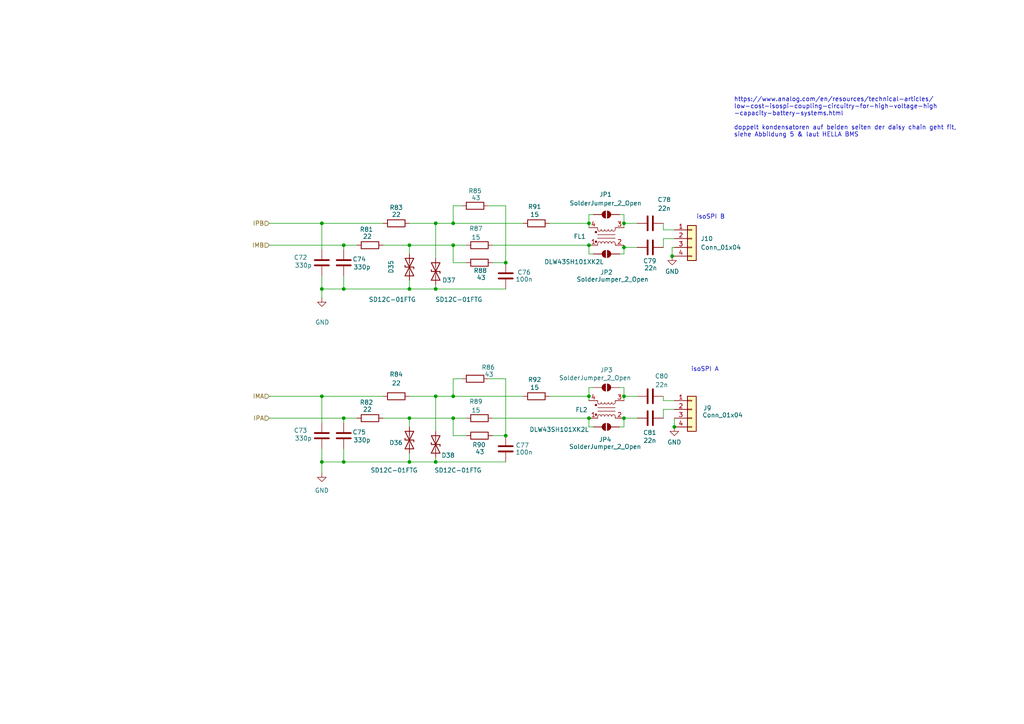
<source format=kicad_sch>
(kicad_sch
	(version 20231120)
	(generator "eeschema")
	(generator_version "8.0")
	(uuid "a829381d-4fea-407c-ade1-115ffa8289a0")
	(paper "A4")
	(lib_symbols
		(symbol "Connector_Generic:Conn_01x04"
			(pin_names
				(offset 1.016) hide)
			(exclude_from_sim no)
			(in_bom yes)
			(on_board yes)
			(property "Reference" "J"
				(at 0 5.08 0)
				(effects
					(font
						(size 1.27 1.27)
					)
				)
			)
			(property "Value" "Conn_01x04"
				(at 0 -7.62 0)
				(effects
					(font
						(size 1.27 1.27)
					)
				)
			)
			(property "Footprint" ""
				(at 0 0 0)
				(effects
					(font
						(size 1.27 1.27)
					)
					(hide yes)
				)
			)
			(property "Datasheet" "~"
				(at 0 0 0)
				(effects
					(font
						(size 1.27 1.27)
					)
					(hide yes)
				)
			)
			(property "Description" "Generic connector, single row, 01x04, script generated (kicad-library-utils/schlib/autogen/connector/)"
				(at 0 0 0)
				(effects
					(font
						(size 1.27 1.27)
					)
					(hide yes)
				)
			)
			(property "ki_keywords" "connector"
				(at 0 0 0)
				(effects
					(font
						(size 1.27 1.27)
					)
					(hide yes)
				)
			)
			(property "ki_fp_filters" "Connector*:*_1x??_*"
				(at 0 0 0)
				(effects
					(font
						(size 1.27 1.27)
					)
					(hide yes)
				)
			)
			(symbol "Conn_01x04_1_1"
				(rectangle
					(start -1.27 -4.953)
					(end 0 -5.207)
					(stroke
						(width 0.1524)
						(type default)
					)
					(fill
						(type none)
					)
				)
				(rectangle
					(start -1.27 -2.413)
					(end 0 -2.667)
					(stroke
						(width 0.1524)
						(type default)
					)
					(fill
						(type none)
					)
				)
				(rectangle
					(start -1.27 0.127)
					(end 0 -0.127)
					(stroke
						(width 0.1524)
						(type default)
					)
					(fill
						(type none)
					)
				)
				(rectangle
					(start -1.27 2.667)
					(end 0 2.413)
					(stroke
						(width 0.1524)
						(type default)
					)
					(fill
						(type none)
					)
				)
				(rectangle
					(start -1.27 3.81)
					(end 1.27 -6.35)
					(stroke
						(width 0.254)
						(type default)
					)
					(fill
						(type background)
					)
				)
				(pin passive line
					(at -5.08 2.54 0)
					(length 3.81)
					(name "Pin_1"
						(effects
							(font
								(size 1.27 1.27)
							)
						)
					)
					(number "1"
						(effects
							(font
								(size 1.27 1.27)
							)
						)
					)
				)
				(pin passive line
					(at -5.08 0 0)
					(length 3.81)
					(name "Pin_2"
						(effects
							(font
								(size 1.27 1.27)
							)
						)
					)
					(number "2"
						(effects
							(font
								(size 1.27 1.27)
							)
						)
					)
				)
				(pin passive line
					(at -5.08 -2.54 0)
					(length 3.81)
					(name "Pin_3"
						(effects
							(font
								(size 1.27 1.27)
							)
						)
					)
					(number "3"
						(effects
							(font
								(size 1.27 1.27)
							)
						)
					)
				)
				(pin passive line
					(at -5.08 -5.08 0)
					(length 3.81)
					(name "Pin_4"
						(effects
							(font
								(size 1.27 1.27)
							)
						)
					)
					(number "4"
						(effects
							(font
								(size 1.27 1.27)
							)
						)
					)
				)
			)
		)
		(symbol "Device:C"
			(pin_numbers hide)
			(pin_names
				(offset 0.254)
			)
			(exclude_from_sim no)
			(in_bom yes)
			(on_board yes)
			(property "Reference" "C"
				(at 0.635 2.54 0)
				(effects
					(font
						(size 1.27 1.27)
					)
					(justify left)
				)
			)
			(property "Value" "C"
				(at 0.635 -2.54 0)
				(effects
					(font
						(size 1.27 1.27)
					)
					(justify left)
				)
			)
			(property "Footprint" ""
				(at 0.9652 -3.81 0)
				(effects
					(font
						(size 1.27 1.27)
					)
					(hide yes)
				)
			)
			(property "Datasheet" "~"
				(at 0 0 0)
				(effects
					(font
						(size 1.27 1.27)
					)
					(hide yes)
				)
			)
			(property "Description" "Unpolarized capacitor"
				(at 0 0 0)
				(effects
					(font
						(size 1.27 1.27)
					)
					(hide yes)
				)
			)
			(property "ki_keywords" "cap capacitor"
				(at 0 0 0)
				(effects
					(font
						(size 1.27 1.27)
					)
					(hide yes)
				)
			)
			(property "ki_fp_filters" "C_*"
				(at 0 0 0)
				(effects
					(font
						(size 1.27 1.27)
					)
					(hide yes)
				)
			)
			(symbol "C_0_1"
				(polyline
					(pts
						(xy -2.032 -0.762) (xy 2.032 -0.762)
					)
					(stroke
						(width 0.508)
						(type default)
					)
					(fill
						(type none)
					)
				)
				(polyline
					(pts
						(xy -2.032 0.762) (xy 2.032 0.762)
					)
					(stroke
						(width 0.508)
						(type default)
					)
					(fill
						(type none)
					)
				)
			)
			(symbol "C_1_1"
				(pin passive line
					(at 0 3.81 270)
					(length 2.794)
					(name "~"
						(effects
							(font
								(size 1.27 1.27)
							)
						)
					)
					(number "1"
						(effects
							(font
								(size 1.27 1.27)
							)
						)
					)
				)
				(pin passive line
					(at 0 -3.81 90)
					(length 2.794)
					(name "~"
						(effects
							(font
								(size 1.27 1.27)
							)
						)
					)
					(number "2"
						(effects
							(font
								(size 1.27 1.27)
							)
						)
					)
				)
			)
		)
		(symbol "Device:D_TVS"
			(pin_numbers hide)
			(pin_names
				(offset 1.016) hide)
			(exclude_from_sim no)
			(in_bom yes)
			(on_board yes)
			(property "Reference" "D"
				(at 0 2.54 0)
				(effects
					(font
						(size 1.27 1.27)
					)
				)
			)
			(property "Value" "D_TVS"
				(at 0 -2.54 0)
				(effects
					(font
						(size 1.27 1.27)
					)
				)
			)
			(property "Footprint" ""
				(at 0 0 0)
				(effects
					(font
						(size 1.27 1.27)
					)
					(hide yes)
				)
			)
			(property "Datasheet" "~"
				(at 0 0 0)
				(effects
					(font
						(size 1.27 1.27)
					)
					(hide yes)
				)
			)
			(property "Description" "Bidirectional transient-voltage-suppression diode"
				(at 0 0 0)
				(effects
					(font
						(size 1.27 1.27)
					)
					(hide yes)
				)
			)
			(property "ki_keywords" "diode TVS thyrector"
				(at 0 0 0)
				(effects
					(font
						(size 1.27 1.27)
					)
					(hide yes)
				)
			)
			(property "ki_fp_filters" "TO-???* *_Diode_* *SingleDiode* D_*"
				(at 0 0 0)
				(effects
					(font
						(size 1.27 1.27)
					)
					(hide yes)
				)
			)
			(symbol "D_TVS_0_1"
				(polyline
					(pts
						(xy 1.27 0) (xy -1.27 0)
					)
					(stroke
						(width 0)
						(type default)
					)
					(fill
						(type none)
					)
				)
				(polyline
					(pts
						(xy 0.508 1.27) (xy 0 1.27) (xy 0 -1.27) (xy -0.508 -1.27)
					)
					(stroke
						(width 0.254)
						(type default)
					)
					(fill
						(type none)
					)
				)
				(polyline
					(pts
						(xy -2.54 1.27) (xy -2.54 -1.27) (xy 2.54 1.27) (xy 2.54 -1.27) (xy -2.54 1.27)
					)
					(stroke
						(width 0.254)
						(type default)
					)
					(fill
						(type none)
					)
				)
			)
			(symbol "D_TVS_1_1"
				(pin passive line
					(at -3.81 0 0)
					(length 2.54)
					(name "A1"
						(effects
							(font
								(size 1.27 1.27)
							)
						)
					)
					(number "1"
						(effects
							(font
								(size 1.27 1.27)
							)
						)
					)
				)
				(pin passive line
					(at 3.81 0 180)
					(length 2.54)
					(name "A2"
						(effects
							(font
								(size 1.27 1.27)
							)
						)
					)
					(number "2"
						(effects
							(font
								(size 1.27 1.27)
							)
						)
					)
				)
			)
		)
		(symbol "Device:R"
			(pin_numbers hide)
			(pin_names
				(offset 0)
			)
			(exclude_from_sim no)
			(in_bom yes)
			(on_board yes)
			(property "Reference" "R"
				(at 2.032 0 90)
				(effects
					(font
						(size 1.27 1.27)
					)
				)
			)
			(property "Value" "R"
				(at 0 0 90)
				(effects
					(font
						(size 1.27 1.27)
					)
				)
			)
			(property "Footprint" ""
				(at -1.778 0 90)
				(effects
					(font
						(size 1.27 1.27)
					)
					(hide yes)
				)
			)
			(property "Datasheet" "~"
				(at 0 0 0)
				(effects
					(font
						(size 1.27 1.27)
					)
					(hide yes)
				)
			)
			(property "Description" "Resistor"
				(at 0 0 0)
				(effects
					(font
						(size 1.27 1.27)
					)
					(hide yes)
				)
			)
			(property "ki_keywords" "R res resistor"
				(at 0 0 0)
				(effects
					(font
						(size 1.27 1.27)
					)
					(hide yes)
				)
			)
			(property "ki_fp_filters" "R_*"
				(at 0 0 0)
				(effects
					(font
						(size 1.27 1.27)
					)
					(hide yes)
				)
			)
			(symbol "R_0_1"
				(rectangle
					(start -1.016 -2.54)
					(end 1.016 2.54)
					(stroke
						(width 0.254)
						(type default)
					)
					(fill
						(type none)
					)
				)
			)
			(symbol "R_1_1"
				(pin passive line
					(at 0 3.81 270)
					(length 1.27)
					(name "~"
						(effects
							(font
								(size 1.27 1.27)
							)
						)
					)
					(number "1"
						(effects
							(font
								(size 1.27 1.27)
							)
						)
					)
				)
				(pin passive line
					(at 0 -3.81 90)
					(length 1.27)
					(name "~"
						(effects
							(font
								(size 1.27 1.27)
							)
						)
					)
					(number "2"
						(effects
							(font
								(size 1.27 1.27)
							)
						)
					)
				)
			)
		)
		(symbol "Filter:Choke_Coilcraft_0603USB-222"
			(pin_names
				(offset 0.254) hide)
			(exclude_from_sim no)
			(in_bom yes)
			(on_board yes)
			(property "Reference" "FL"
				(at 0 4.445 0)
				(effects
					(font
						(size 1.27 1.27)
					)
				)
			)
			(property "Value" "Choke_Coilcraft_0603USB-222"
				(at 0 -4.445 0)
				(effects
					(font
						(size 1.27 1.27)
					)
				)
			)
			(property "Footprint" "Inductor_SMD:L_CommonModeChoke_Coilcraft_0603USB"
				(at 0 -6.35 0)
				(effects
					(font
						(size 1.27 1.27)
					)
					(hide yes)
				)
			)
			(property "Datasheet" "https://www.coilcraft.com/pdfs/0603usb.pdf"
				(at 0 -8.255 0)
				(effects
					(font
						(size 1.27 1.27)
					)
					(hide yes)
				)
			)
			(property "Description" "Common mode choke, 500mA, 250VAC, 150nH, 209mohm, 0.96Ghz, "
				(at 0 0 0)
				(effects
					(font
						(size 1.27 1.27)
					)
					(hide yes)
				)
			)
			(property "ki_keywords" "common-mode common mode choke signal line filter"
				(at 0 0 0)
				(effects
					(font
						(size 1.27 1.27)
					)
					(hide yes)
				)
			)
			(property "ki_fp_filters" "L*CommonModeChoke*Coilcraft*0603USB*"
				(at 0 0 0)
				(effects
					(font
						(size 1.27 1.27)
					)
					(hide yes)
				)
			)
			(symbol "Choke_Coilcraft_0603USB-222_0_1"
				(circle
					(center -3.048 -1.27)
					(radius 0.254)
					(stroke
						(width 0)
						(type default)
					)
					(fill
						(type outline)
					)
				)
				(circle
					(center -3.048 1.524)
					(radius 0.254)
					(stroke
						(width 0)
						(type default)
					)
					(fill
						(type outline)
					)
				)
				(arc
					(start -2.54 2.032)
					(mid -2.032 1.5262)
					(end -1.524 2.032)
					(stroke
						(width 0)
						(type default)
					)
					(fill
						(type none)
					)
				)
				(arc
					(start -1.524 -2.032)
					(mid -2.032 -1.5262)
					(end -2.54 -2.032)
					(stroke
						(width 0)
						(type default)
					)
					(fill
						(type none)
					)
				)
				(arc
					(start -1.524 2.032)
					(mid -1.016 1.5262)
					(end -0.508 2.032)
					(stroke
						(width 0)
						(type default)
					)
					(fill
						(type none)
					)
				)
				(arc
					(start -0.508 -2.032)
					(mid -1.016 -1.5262)
					(end -1.524 -2.032)
					(stroke
						(width 0)
						(type default)
					)
					(fill
						(type none)
					)
				)
				(arc
					(start -0.508 2.032)
					(mid 0 1.5262)
					(end 0.508 2.032)
					(stroke
						(width 0)
						(type default)
					)
					(fill
						(type none)
					)
				)
				(polyline
					(pts
						(xy -2.54 -2.032) (xy -2.54 -2.54)
					)
					(stroke
						(width 0)
						(type default)
					)
					(fill
						(type none)
					)
				)
				(polyline
					(pts
						(xy -2.54 0.508) (xy 2.54 0.508)
					)
					(stroke
						(width 0)
						(type default)
					)
					(fill
						(type none)
					)
				)
				(polyline
					(pts
						(xy -2.54 2.032) (xy -2.54 2.54)
					)
					(stroke
						(width 0)
						(type default)
					)
					(fill
						(type none)
					)
				)
				(polyline
					(pts
						(xy 2.54 -2.032) (xy 2.54 -2.54)
					)
					(stroke
						(width 0)
						(type default)
					)
					(fill
						(type none)
					)
				)
				(polyline
					(pts
						(xy 2.54 -0.508) (xy -2.54 -0.508)
					)
					(stroke
						(width 0)
						(type default)
					)
					(fill
						(type none)
					)
				)
				(polyline
					(pts
						(xy 2.54 2.54) (xy 2.54 2.032)
					)
					(stroke
						(width 0)
						(type default)
					)
					(fill
						(type none)
					)
				)
				(arc
					(start 0.508 -2.032)
					(mid 0 -1.5262)
					(end -0.508 -2.032)
					(stroke
						(width 0)
						(type default)
					)
					(fill
						(type none)
					)
				)
				(arc
					(start 0.508 2.032)
					(mid 1.016 1.5262)
					(end 1.524 2.032)
					(stroke
						(width 0)
						(type default)
					)
					(fill
						(type none)
					)
				)
				(arc
					(start 1.524 -2.032)
					(mid 1.016 -1.5262)
					(end 0.508 -2.032)
					(stroke
						(width 0)
						(type default)
					)
					(fill
						(type none)
					)
				)
				(arc
					(start 1.524 2.032)
					(mid 2.032 1.5262)
					(end 2.54 2.032)
					(stroke
						(width 0)
						(type default)
					)
					(fill
						(type none)
					)
				)
				(arc
					(start 2.54 -2.032)
					(mid 2.032 -1.5262)
					(end 1.524 -2.032)
					(stroke
						(width 0)
						(type default)
					)
					(fill
						(type none)
					)
				)
			)
			(symbol "Choke_Coilcraft_0603USB-222_1_1"
				(pin passive line
					(at -5.08 2.54 0)
					(length 2.54)
					(name "1"
						(effects
							(font
								(size 1.27 1.27)
							)
						)
					)
					(number "1"
						(effects
							(font
								(size 1.27 1.27)
							)
						)
					)
				)
				(pin passive line
					(at 5.08 2.54 180)
					(length 2.54)
					(name "2"
						(effects
							(font
								(size 1.27 1.27)
							)
						)
					)
					(number "2"
						(effects
							(font
								(size 1.27 1.27)
							)
						)
					)
				)
				(pin passive line
					(at 5.08 -2.54 180)
					(length 2.54)
					(name "3"
						(effects
							(font
								(size 1.27 1.27)
							)
						)
					)
					(number "3"
						(effects
							(font
								(size 1.27 1.27)
							)
						)
					)
				)
				(pin passive line
					(at -5.08 -2.54 0)
					(length 2.54)
					(name "4"
						(effects
							(font
								(size 1.27 1.27)
							)
						)
					)
					(number "4"
						(effects
							(font
								(size 1.27 1.27)
							)
						)
					)
				)
			)
		)
		(symbol "Jumper:SolderJumper_2_Open"
			(pin_numbers hide)
			(pin_names
				(offset 0) hide)
			(exclude_from_sim yes)
			(in_bom no)
			(on_board yes)
			(property "Reference" "JP"
				(at 0 2.032 0)
				(effects
					(font
						(size 1.27 1.27)
					)
				)
			)
			(property "Value" "SolderJumper_2_Open"
				(at 0 -2.54 0)
				(effects
					(font
						(size 1.27 1.27)
					)
				)
			)
			(property "Footprint" ""
				(at 0 0 0)
				(effects
					(font
						(size 1.27 1.27)
					)
					(hide yes)
				)
			)
			(property "Datasheet" "~"
				(at 0 0 0)
				(effects
					(font
						(size 1.27 1.27)
					)
					(hide yes)
				)
			)
			(property "Description" "Solder Jumper, 2-pole, open"
				(at 0 0 0)
				(effects
					(font
						(size 1.27 1.27)
					)
					(hide yes)
				)
			)
			(property "ki_keywords" "solder jumper SPST"
				(at 0 0 0)
				(effects
					(font
						(size 1.27 1.27)
					)
					(hide yes)
				)
			)
			(property "ki_fp_filters" "SolderJumper*Open*"
				(at 0 0 0)
				(effects
					(font
						(size 1.27 1.27)
					)
					(hide yes)
				)
			)
			(symbol "SolderJumper_2_Open_0_1"
				(arc
					(start -0.254 1.016)
					(mid -1.2656 0)
					(end -0.254 -1.016)
					(stroke
						(width 0)
						(type default)
					)
					(fill
						(type none)
					)
				)
				(arc
					(start -0.254 1.016)
					(mid -1.2656 0)
					(end -0.254 -1.016)
					(stroke
						(width 0)
						(type default)
					)
					(fill
						(type outline)
					)
				)
				(polyline
					(pts
						(xy -0.254 1.016) (xy -0.254 -1.016)
					)
					(stroke
						(width 0)
						(type default)
					)
					(fill
						(type none)
					)
				)
				(polyline
					(pts
						(xy 0.254 1.016) (xy 0.254 -1.016)
					)
					(stroke
						(width 0)
						(type default)
					)
					(fill
						(type none)
					)
				)
				(arc
					(start 0.254 -1.016)
					(mid 1.2656 0)
					(end 0.254 1.016)
					(stroke
						(width 0)
						(type default)
					)
					(fill
						(type none)
					)
				)
				(arc
					(start 0.254 -1.016)
					(mid 1.2656 0)
					(end 0.254 1.016)
					(stroke
						(width 0)
						(type default)
					)
					(fill
						(type outline)
					)
				)
			)
			(symbol "SolderJumper_2_Open_1_1"
				(pin passive line
					(at -3.81 0 0)
					(length 2.54)
					(name "A"
						(effects
							(font
								(size 1.27 1.27)
							)
						)
					)
					(number "1"
						(effects
							(font
								(size 1.27 1.27)
							)
						)
					)
				)
				(pin passive line
					(at 3.81 0 180)
					(length 2.54)
					(name "B"
						(effects
							(font
								(size 1.27 1.27)
							)
						)
					)
					(number "2"
						(effects
							(font
								(size 1.27 1.27)
							)
						)
					)
				)
			)
		)
		(symbol "power:GND"
			(power)
			(pin_numbers hide)
			(pin_names
				(offset 0) hide)
			(exclude_from_sim no)
			(in_bom yes)
			(on_board yes)
			(property "Reference" "#PWR"
				(at 0 -6.35 0)
				(effects
					(font
						(size 1.27 1.27)
					)
					(hide yes)
				)
			)
			(property "Value" "GND"
				(at 0 -3.81 0)
				(effects
					(font
						(size 1.27 1.27)
					)
				)
			)
			(property "Footprint" ""
				(at 0 0 0)
				(effects
					(font
						(size 1.27 1.27)
					)
					(hide yes)
				)
			)
			(property "Datasheet" ""
				(at 0 0 0)
				(effects
					(font
						(size 1.27 1.27)
					)
					(hide yes)
				)
			)
			(property "Description" "Power symbol creates a global label with name \"GND\" , ground"
				(at 0 0 0)
				(effects
					(font
						(size 1.27 1.27)
					)
					(hide yes)
				)
			)
			(property "ki_keywords" "global power"
				(at 0 0 0)
				(effects
					(font
						(size 1.27 1.27)
					)
					(hide yes)
				)
			)
			(symbol "GND_0_1"
				(polyline
					(pts
						(xy 0 0) (xy 0 -1.27) (xy 1.27 -1.27) (xy 0 -2.54) (xy -1.27 -1.27) (xy 0 -1.27)
					)
					(stroke
						(width 0)
						(type default)
					)
					(fill
						(type none)
					)
				)
			)
			(symbol "GND_1_1"
				(pin power_in line
					(at 0 0 270)
					(length 0)
					(name "~"
						(effects
							(font
								(size 1.27 1.27)
							)
						)
					)
					(number "1"
						(effects
							(font
								(size 1.27 1.27)
							)
						)
					)
				)
			)
		)
	)
	(junction
		(at 195.58 123.825)
		(diameter 0)
		(color 0 0 0 0)
		(uuid "00fc0f12-01c4-4a0c-8a9c-a711ea624cd8")
	)
	(junction
		(at 131.445 121.285)
		(diameter 0)
		(color 0 0 0 0)
		(uuid "20bf75b0-dea2-4c9a-8156-68ee9ed80b80")
	)
	(junction
		(at 99.695 83.82)
		(diameter 0)
		(color 0 0 0 0)
		(uuid "2117f12b-d309-4bef-b9a3-1c26aac3e3f2")
	)
	(junction
		(at 93.345 83.82)
		(diameter 0)
		(color 0 0 0 0)
		(uuid "3301cf26-aaed-48c7-93a2-b659b7d4c9f6")
	)
	(junction
		(at 118.745 71.12)
		(diameter 0)
		(color 0 0 0 0)
		(uuid "35c814df-b143-4b4d-aaa3-ede891e28bfa")
	)
	(junction
		(at 170.815 71.12)
		(diameter 0)
		(color 0 0 0 0)
		(uuid "3be36621-0ccc-4deb-803d-b05d37625fef")
	)
	(junction
		(at 180.975 114.935)
		(diameter 0)
		(color 0 0 0 0)
		(uuid "49661d41-b7ec-43d8-a7d5-728f00a36b91")
	)
	(junction
		(at 170.815 114.935)
		(diameter 0)
		(color 0 0 0 0)
		(uuid "4b69d4ad-0c19-435d-9ccf-168b2c4ea048")
	)
	(junction
		(at 126.365 114.935)
		(diameter 0)
		(color 0 0 0 0)
		(uuid "5bb92f49-2931-4534-8ce9-30a6d54a9ac4")
	)
	(junction
		(at 180.975 64.77)
		(diameter 0)
		(color 0 0 0 0)
		(uuid "5c947694-5d5a-469a-8e27-e4d0e0349f1f")
	)
	(junction
		(at 93.345 114.935)
		(diameter 0)
		(color 0 0 0 0)
		(uuid "5d53d5f3-672a-4984-a25d-144138b17f23")
	)
	(junction
		(at 99.695 121.285)
		(diameter 0)
		(color 0 0 0 0)
		(uuid "5e83fce1-b29c-4cd9-84c0-72eb19e8b5cb")
	)
	(junction
		(at 99.695 133.985)
		(diameter 0)
		(color 0 0 0 0)
		(uuid "7e92cec6-9a8d-4e7e-b7dd-60d1a83e266c")
	)
	(junction
		(at 126.365 83.82)
		(diameter 0)
		(color 0 0 0 0)
		(uuid "81f43af8-7504-4953-9943-182a0acf170e")
	)
	(junction
		(at 146.685 126.365)
		(diameter 0)
		(color 0 0 0 0)
		(uuid "8c294957-fdb1-492d-9439-17ad32878601")
	)
	(junction
		(at 118.745 133.985)
		(diameter 0)
		(color 0 0 0 0)
		(uuid "95a7349f-129c-4669-adf5-e050237c2978")
	)
	(junction
		(at 126.365 64.77)
		(diameter 0)
		(color 0 0 0 0)
		(uuid "a9a880cc-b383-485e-83df-807612196d89")
	)
	(junction
		(at 131.445 114.935)
		(diameter 0)
		(color 0 0 0 0)
		(uuid "a9a8de09-bb09-4d92-9857-c8401a41aea8")
	)
	(junction
		(at 118.745 121.285)
		(diameter 0)
		(color 0 0 0 0)
		(uuid "adcb7473-676d-452e-82df-aa6d8d52a260")
	)
	(junction
		(at 93.345 64.77)
		(diameter 0)
		(color 0 0 0 0)
		(uuid "af8eab40-cd27-4b83-892a-e4a6b5f9bad0")
	)
	(junction
		(at 93.345 133.985)
		(diameter 0)
		(color 0 0 0 0)
		(uuid "bb39a16e-fe91-4ffa-ba65-1093cbb17f8b")
	)
	(junction
		(at 194.945 74.295)
		(diameter 0)
		(color 0 0 0 0)
		(uuid "bf6f228f-b551-414b-93fd-11026b76e235")
	)
	(junction
		(at 131.445 64.77)
		(diameter 0)
		(color 0 0 0 0)
		(uuid "c87d9d64-f8cc-4f71-a1da-cf6614dd103e")
	)
	(junction
		(at 126.365 133.985)
		(diameter 0)
		(color 0 0 0 0)
		(uuid "cb19a8a9-7eb9-4615-833a-fbdbda0ea477")
	)
	(junction
		(at 180.975 121.285)
		(diameter 0)
		(color 0 0 0 0)
		(uuid "d39a4faf-176d-4355-96ff-4b448fb242a7")
	)
	(junction
		(at 131.445 71.12)
		(diameter 0)
		(color 0 0 0 0)
		(uuid "d7c86cfb-9625-438b-806b-3fdb816edd2b")
	)
	(junction
		(at 170.815 64.77)
		(diameter 0)
		(color 0 0 0 0)
		(uuid "d893587c-030f-442e-b25b-899fd754c6c3")
	)
	(junction
		(at 99.695 71.12)
		(diameter 0)
		(color 0 0 0 0)
		(uuid "e70cabff-fd8e-4c89-9c94-cc6a180d9ca7")
	)
	(junction
		(at 180.975 71.755)
		(diameter 0)
		(color 0 0 0 0)
		(uuid "efe41e19-a1c2-42fd-a0ad-170fc2f945fc")
	)
	(junction
		(at 118.745 83.82)
		(diameter 0)
		(color 0 0 0 0)
		(uuid "f3e3140e-204e-4f32-aa59-52dcefe2c591")
	)
	(junction
		(at 146.685 76.2)
		(diameter 0)
		(color 0 0 0 0)
		(uuid "fbd9b3db-68a3-4b54-b81f-46d08b9d3cef")
	)
	(junction
		(at 170.815 121.285)
		(diameter 0)
		(color 0 0 0 0)
		(uuid "fcd8f11d-6a78-43cc-bc73-9da5eae2f8b5")
	)
	(wire
		(pts
			(xy 170.815 71.12) (xy 170.815 73.66)
		)
		(stroke
			(width 0)
			(type default)
		)
		(uuid "0750a4f5-30f7-474c-ae19-699aef4ad2e4")
	)
	(wire
		(pts
			(xy 142.875 121.285) (xy 170.815 121.285)
		)
		(stroke
			(width 0)
			(type default)
		)
		(uuid "086cce70-ab37-49e5-a4ba-a2ba639eea92")
	)
	(wire
		(pts
			(xy 126.365 114.935) (xy 131.445 114.935)
		)
		(stroke
			(width 0)
			(type default)
		)
		(uuid "09f0abd4-e08f-4326-b628-dee8f2089b94")
	)
	(wire
		(pts
			(xy 126.365 83.82) (xy 146.685 83.82)
		)
		(stroke
			(width 0)
			(type default)
		)
		(uuid "0ac8b205-891c-4a6f-8ffd-05da6d89d659")
	)
	(wire
		(pts
			(xy 93.345 133.985) (xy 99.695 133.985)
		)
		(stroke
			(width 0)
			(type default)
		)
		(uuid "0e89915a-5616-4579-b54f-8fb87e01ca39")
	)
	(wire
		(pts
			(xy 131.445 114.935) (xy 131.445 109.855)
		)
		(stroke
			(width 0)
			(type default)
		)
		(uuid "104417ea-7528-4b61-96bc-f4c4b85c862d")
	)
	(wire
		(pts
			(xy 192.405 69.215) (xy 195.58 69.215)
		)
		(stroke
			(width 0)
			(type default)
		)
		(uuid "1091c10c-eef7-4766-8bbd-338a3232ad30")
	)
	(wire
		(pts
			(xy 180.975 121.285) (xy 184.785 121.285)
		)
		(stroke
			(width 0)
			(type default)
		)
		(uuid "10eb43b2-2de2-4fc3-9810-e6593f77ba89")
	)
	(wire
		(pts
			(xy 93.345 72.39) (xy 93.345 64.77)
		)
		(stroke
			(width 0)
			(type default)
		)
		(uuid "113635c8-d1c4-4e59-aecf-230d1dd98ede")
	)
	(wire
		(pts
			(xy 179.705 62.23) (xy 180.975 62.23)
		)
		(stroke
			(width 0)
			(type default)
		)
		(uuid "123e5df9-fd32-46f8-9eed-5707cea836cb")
	)
	(wire
		(pts
			(xy 170.815 116.205) (xy 170.815 114.935)
		)
		(stroke
			(width 0)
			(type default)
		)
		(uuid "18183fc5-3af3-488e-93af-eb95f85c557a")
	)
	(wire
		(pts
			(xy 131.445 64.77) (xy 131.445 59.69)
		)
		(stroke
			(width 0)
			(type default)
		)
		(uuid "1c2b1c53-e95e-41c2-9e77-f0aeed946ff5")
	)
	(wire
		(pts
			(xy 126.365 133.985) (xy 146.685 133.985)
		)
		(stroke
			(width 0)
			(type default)
		)
		(uuid "1d15db8b-2ecb-4cc5-b8c1-803d8ff0c52f")
	)
	(wire
		(pts
			(xy 131.445 114.935) (xy 151.765 114.935)
		)
		(stroke
			(width 0)
			(type default)
		)
		(uuid "1e4628cf-0d2b-41f7-b912-4896ab639316")
	)
	(wire
		(pts
			(xy 170.815 112.395) (xy 170.815 114.935)
		)
		(stroke
			(width 0)
			(type default)
		)
		(uuid "1e61e979-414b-413e-9cb0-3b7f9021c607")
	)
	(wire
		(pts
			(xy 99.695 121.285) (xy 78.105 121.285)
		)
		(stroke
			(width 0)
			(type default)
		)
		(uuid "21d7735d-566f-43ee-860e-b2ffb4e750a7")
	)
	(wire
		(pts
			(xy 170.815 64.77) (xy 159.385 64.77)
		)
		(stroke
			(width 0)
			(type default)
		)
		(uuid "2346bd7a-b789-41aa-aa2a-2280521bf279")
	)
	(wire
		(pts
			(xy 118.745 64.77) (xy 126.365 64.77)
		)
		(stroke
			(width 0)
			(type default)
		)
		(uuid "269d8ca1-41b5-424e-9dd3-16c9d1be7f9b")
	)
	(wire
		(pts
			(xy 118.745 121.285) (xy 118.745 123.825)
		)
		(stroke
			(width 0)
			(type default)
		)
		(uuid "2ed4ed78-45da-4f83-a242-47653d991cfe")
	)
	(wire
		(pts
			(xy 118.745 83.82) (xy 126.365 83.82)
		)
		(stroke
			(width 0)
			(type default)
		)
		(uuid "2f4d2620-2101-4dc8-a7ab-51600a291f5e")
	)
	(wire
		(pts
			(xy 131.445 59.69) (xy 133.985 59.69)
		)
		(stroke
			(width 0)
			(type default)
		)
		(uuid "328cad01-5d00-486c-83e2-ff7945bf9324")
	)
	(wire
		(pts
			(xy 118.745 71.12) (xy 131.445 71.12)
		)
		(stroke
			(width 0)
			(type default)
		)
		(uuid "3333f0be-92ac-4668-8cd8-7d934067e34c")
	)
	(wire
		(pts
			(xy 118.745 71.12) (xy 118.745 73.66)
		)
		(stroke
			(width 0)
			(type default)
		)
		(uuid "35b9ab6e-b7b8-435a-94d1-ea232c703857")
	)
	(wire
		(pts
			(xy 192.405 116.205) (xy 195.58 116.205)
		)
		(stroke
			(width 0)
			(type default)
		)
		(uuid "3981bb72-8b97-4286-b13a-7ec86f200f97")
	)
	(wire
		(pts
			(xy 99.695 72.39) (xy 99.695 71.12)
		)
		(stroke
			(width 0)
			(type default)
		)
		(uuid "39a2bcb2-579e-4468-a6d3-d5ef293e137c")
	)
	(wire
		(pts
			(xy 170.815 62.23) (xy 172.085 62.23)
		)
		(stroke
			(width 0)
			(type default)
		)
		(uuid "3f191178-e730-4351-a13e-1b24b89bab6b")
	)
	(wire
		(pts
			(xy 180.975 116.205) (xy 180.975 114.935)
		)
		(stroke
			(width 0)
			(type default)
		)
		(uuid "4088755c-7e35-44e3-ba3f-b31e69174b0a")
	)
	(wire
		(pts
			(xy 146.685 126.365) (xy 142.875 126.365)
		)
		(stroke
			(width 0)
			(type default)
		)
		(uuid "40d32277-d72d-45e2-92b7-df477ef5b907")
	)
	(wire
		(pts
			(xy 118.745 81.28) (xy 118.745 83.82)
		)
		(stroke
			(width 0)
			(type default)
		)
		(uuid "41717c93-d3cb-47d8-855f-88d8e8b071e3")
	)
	(wire
		(pts
			(xy 131.445 126.365) (xy 135.255 126.365)
		)
		(stroke
			(width 0)
			(type default)
		)
		(uuid "427bbaa7-ac9e-49a3-9ce8-8d20958f1379")
	)
	(wire
		(pts
			(xy 146.685 109.855) (xy 146.685 126.365)
		)
		(stroke
			(width 0)
			(type default)
		)
		(uuid "43314b7d-e82f-404c-9083-71a6e8984bc8")
	)
	(wire
		(pts
			(xy 170.815 62.23) (xy 170.815 64.77)
		)
		(stroke
			(width 0)
			(type default)
		)
		(uuid "46a95b7b-ccb0-4957-bc01-b0fe687029e8")
	)
	(wire
		(pts
			(xy 126.365 82.55) (xy 126.365 83.82)
		)
		(stroke
			(width 0)
			(type default)
		)
		(uuid "494e8585-d443-4740-9d19-8581f6d0c71c")
	)
	(wire
		(pts
			(xy 192.405 118.745) (xy 195.58 118.745)
		)
		(stroke
			(width 0)
			(type default)
		)
		(uuid "500ca0c7-1eea-48e4-b689-d35c05a75c84")
	)
	(wire
		(pts
			(xy 192.405 71.755) (xy 192.405 69.215)
		)
		(stroke
			(width 0)
			(type default)
		)
		(uuid "50e361e9-3441-4303-96e3-41ec88323920")
	)
	(wire
		(pts
			(xy 179.705 112.395) (xy 180.975 112.395)
		)
		(stroke
			(width 0)
			(type default)
		)
		(uuid "51c6edc5-58f5-4800-8d91-923203fc672b")
	)
	(wire
		(pts
			(xy 180.975 62.23) (xy 180.975 64.77)
		)
		(stroke
			(width 0)
			(type default)
		)
		(uuid "55a7cb3e-8a02-4b68-ad2b-9fa803f8a403")
	)
	(wire
		(pts
			(xy 170.815 73.66) (xy 172.085 73.66)
		)
		(stroke
			(width 0)
			(type default)
		)
		(uuid "55d0a011-aa77-4733-8302-72558e47f63b")
	)
	(wire
		(pts
			(xy 126.365 132.715) (xy 126.365 133.985)
		)
		(stroke
			(width 0)
			(type default)
		)
		(uuid "57ba496a-0e0e-44dc-a2be-f4abf09bb9cd")
	)
	(wire
		(pts
			(xy 180.975 112.395) (xy 180.975 114.935)
		)
		(stroke
			(width 0)
			(type default)
		)
		(uuid "5f688f12-73eb-4849-8d37-859ab25a5051")
	)
	(wire
		(pts
			(xy 131.445 76.2) (xy 135.255 76.2)
		)
		(stroke
			(width 0)
			(type default)
		)
		(uuid "6104b727-58a4-4549-91db-4923fc3461f8")
	)
	(wire
		(pts
			(xy 180.975 114.935) (xy 184.785 114.935)
		)
		(stroke
			(width 0)
			(type default)
		)
		(uuid "61467652-5643-4079-a8e2-eb26ed154855")
	)
	(wire
		(pts
			(xy 93.345 122.555) (xy 93.345 114.935)
		)
		(stroke
			(width 0)
			(type default)
		)
		(uuid "6409858f-43b3-49e1-baf5-e660e4cd2540")
	)
	(wire
		(pts
			(xy 170.815 64.77) (xy 170.815 66.04)
		)
		(stroke
			(width 0)
			(type default)
		)
		(uuid "6a109017-ae74-4edb-8fa9-31dcacf65752")
	)
	(wire
		(pts
			(xy 170.815 121.285) (xy 170.815 123.825)
		)
		(stroke
			(width 0)
			(type default)
		)
		(uuid "6c5dc625-d3f3-4390-9132-be850f57c446")
	)
	(wire
		(pts
			(xy 99.695 80.01) (xy 99.695 83.82)
		)
		(stroke
			(width 0)
			(type default)
		)
		(uuid "6fceb8e8-307e-4758-86cb-888d019759c5")
	)
	(wire
		(pts
			(xy 192.405 121.285) (xy 192.405 118.745)
		)
		(stroke
			(width 0)
			(type default)
		)
		(uuid "74260bb2-24eb-4610-a85c-d628bcd97231")
	)
	(wire
		(pts
			(xy 194.945 71.755) (xy 194.945 74.295)
		)
		(stroke
			(width 0)
			(type default)
		)
		(uuid "7534041c-301a-46f6-a8b9-8e775e2b4225")
	)
	(wire
		(pts
			(xy 192.405 64.77) (xy 192.405 66.675)
		)
		(stroke
			(width 0)
			(type default)
		)
		(uuid "7a5276d5-a292-4d9c-aed9-2939637ff5f2")
	)
	(wire
		(pts
			(xy 180.975 71.755) (xy 180.975 71.12)
		)
		(stroke
			(width 0)
			(type default)
		)
		(uuid "7da1ff46-91a3-4451-9f5f-b449b426f76f")
	)
	(wire
		(pts
			(xy 118.745 133.985) (xy 126.365 133.985)
		)
		(stroke
			(width 0)
			(type default)
		)
		(uuid "800ad1ea-20aa-494a-bc6b-d49ab467954c")
	)
	(wire
		(pts
			(xy 99.695 71.12) (xy 103.505 71.12)
		)
		(stroke
			(width 0)
			(type default)
		)
		(uuid "844d3a1c-7e24-4d7b-ad14-0f3de9f6b348")
	)
	(wire
		(pts
			(xy 93.345 114.935) (xy 111.125 114.935)
		)
		(stroke
			(width 0)
			(type default)
		)
		(uuid "851deabe-e77a-4784-b21a-9e1e113e7fb7")
	)
	(wire
		(pts
			(xy 159.385 114.935) (xy 170.815 114.935)
		)
		(stroke
			(width 0)
			(type default)
		)
		(uuid "88087053-7ee5-4842-92de-7c2d8aa8743d")
	)
	(wire
		(pts
			(xy 99.695 83.82) (xy 118.745 83.82)
		)
		(stroke
			(width 0)
			(type default)
		)
		(uuid "89eea947-6770-4539-be6f-09c89b106f8b")
	)
	(wire
		(pts
			(xy 78.105 114.935) (xy 93.345 114.935)
		)
		(stroke
			(width 0)
			(type default)
		)
		(uuid "8cd0d2de-a635-49d0-8fa3-1aa71df1d2db")
	)
	(wire
		(pts
			(xy 126.365 64.77) (xy 131.445 64.77)
		)
		(stroke
			(width 0)
			(type default)
		)
		(uuid "8e78abf1-3325-4712-9c51-afe4bf1b0f8d")
	)
	(wire
		(pts
			(xy 93.345 83.82) (xy 93.345 80.01)
		)
		(stroke
			(width 0)
			(type default)
		)
		(uuid "9063df96-4a5a-44fc-b3e6-85c69cc51193")
	)
	(wire
		(pts
			(xy 118.745 114.935) (xy 126.365 114.935)
		)
		(stroke
			(width 0)
			(type default)
		)
		(uuid "913f32b2-c2b3-4097-859a-fd605a1ccaaf")
	)
	(wire
		(pts
			(xy 170.815 112.395) (xy 172.085 112.395)
		)
		(stroke
			(width 0)
			(type default)
		)
		(uuid "9183307e-3f42-4a62-9684-4268449e9ca3")
	)
	(wire
		(pts
			(xy 99.695 133.985) (xy 118.745 133.985)
		)
		(stroke
			(width 0)
			(type default)
		)
		(uuid "937b9e71-608a-4c03-ad9b-c347fd7dfdc3")
	)
	(wire
		(pts
			(xy 194.945 74.295) (xy 195.58 74.295)
		)
		(stroke
			(width 0)
			(type default)
		)
		(uuid "95b97542-5c3a-4fb9-b2db-9cb2ce613e68")
	)
	(wire
		(pts
			(xy 131.445 121.285) (xy 131.445 126.365)
		)
		(stroke
			(width 0)
			(type default)
		)
		(uuid "a048b50f-69be-4467-94eb-f75ec6ef2640")
	)
	(wire
		(pts
			(xy 141.605 59.69) (xy 146.685 59.69)
		)
		(stroke
			(width 0)
			(type default)
		)
		(uuid "a080f55d-8709-4970-8461-cdeca89f0c7c")
	)
	(wire
		(pts
			(xy 131.445 109.855) (xy 133.985 109.855)
		)
		(stroke
			(width 0)
			(type default)
		)
		(uuid "a1cc1674-678a-4ffb-8898-5288cd4dff96")
	)
	(wire
		(pts
			(xy 192.405 114.935) (xy 192.405 116.205)
		)
		(stroke
			(width 0)
			(type default)
		)
		(uuid "a2aeecc8-97e3-49e2-8e94-6b2330dd498d")
	)
	(wire
		(pts
			(xy 180.975 71.755) (xy 180.975 73.66)
		)
		(stroke
			(width 0)
			(type default)
		)
		(uuid "a4755abc-d028-481e-bd1d-ce402335a5ac")
	)
	(wire
		(pts
			(xy 131.445 71.12) (xy 135.255 71.12)
		)
		(stroke
			(width 0)
			(type default)
		)
		(uuid "ae80357e-48e0-4c85-aace-f31ad31ba428")
	)
	(wire
		(pts
			(xy 93.345 137.16) (xy 93.345 133.985)
		)
		(stroke
			(width 0)
			(type default)
		)
		(uuid "afdd947c-38d8-4ea5-a571-4c0a4b3007b0")
	)
	(wire
		(pts
			(xy 146.685 76.2) (xy 142.875 76.2)
		)
		(stroke
			(width 0)
			(type default)
		)
		(uuid "b0239766-27df-4094-8997-1217aac84d63")
	)
	(wire
		(pts
			(xy 99.695 121.285) (xy 103.505 121.285)
		)
		(stroke
			(width 0)
			(type default)
		)
		(uuid "b3d94a2f-535d-49ea-a6e6-e8cb1424ade2")
	)
	(wire
		(pts
			(xy 195.58 121.285) (xy 195.58 123.825)
		)
		(stroke
			(width 0)
			(type default)
		)
		(uuid "b590bd2e-5a65-40c1-9d85-addf2eab426e")
	)
	(wire
		(pts
			(xy 170.815 123.825) (xy 172.085 123.825)
		)
		(stroke
			(width 0)
			(type default)
		)
		(uuid "b80fc99b-3882-4859-9c80-2eb3d7839550")
	)
	(wire
		(pts
			(xy 126.365 114.935) (xy 126.365 125.095)
		)
		(stroke
			(width 0)
			(type default)
		)
		(uuid "b84a8d32-91b7-49d3-9219-c94b829ee737")
	)
	(wire
		(pts
			(xy 179.705 73.66) (xy 180.975 73.66)
		)
		(stroke
			(width 0)
			(type default)
		)
		(uuid "c2e7246d-2dc4-4cd2-83cd-0f406de6dda7")
	)
	(wire
		(pts
			(xy 118.745 131.445) (xy 118.745 133.985)
		)
		(stroke
			(width 0)
			(type default)
		)
		(uuid "c3c3965d-c1d5-4595-9de3-86abb8ddeaba")
	)
	(wire
		(pts
			(xy 180.975 71.755) (xy 184.785 71.755)
		)
		(stroke
			(width 0)
			(type default)
		)
		(uuid "c4321999-c173-4cce-8e84-bdc271d2466d")
	)
	(wire
		(pts
			(xy 180.975 64.77) (xy 184.785 64.77)
		)
		(stroke
			(width 0)
			(type default)
		)
		(uuid "c704f45e-f24b-4ac2-a65a-0d6cc6fb94c7")
	)
	(wire
		(pts
			(xy 180.975 64.77) (xy 180.975 66.04)
		)
		(stroke
			(width 0)
			(type default)
		)
		(uuid "c7707016-40d6-42ca-8e38-d8a1ad50f1c5")
	)
	(wire
		(pts
			(xy 192.405 66.675) (xy 195.58 66.675)
		)
		(stroke
			(width 0)
			(type default)
		)
		(uuid "c8848af3-b82d-461e-ad8f-1fff2fd87aca")
	)
	(wire
		(pts
			(xy 118.745 121.285) (xy 131.445 121.285)
		)
		(stroke
			(width 0)
			(type default)
		)
		(uuid "cb9c2298-5722-49c2-8e38-336afabd6902")
	)
	(wire
		(pts
			(xy 142.875 71.12) (xy 170.815 71.12)
		)
		(stroke
			(width 0)
			(type default)
		)
		(uuid "cf4d3699-3bf9-4cf8-982d-7ad1fd548a09")
	)
	(wire
		(pts
			(xy 179.705 123.825) (xy 180.975 123.825)
		)
		(stroke
			(width 0)
			(type default)
		)
		(uuid "d50bd989-3e99-42e7-8d18-015619f031c2")
	)
	(wire
		(pts
			(xy 180.975 121.285) (xy 180.975 123.825)
		)
		(stroke
			(width 0)
			(type default)
		)
		(uuid "d595a08c-5bce-4387-99e2-affc2a9edc7c")
	)
	(wire
		(pts
			(xy 131.445 121.285) (xy 135.255 121.285)
		)
		(stroke
			(width 0)
			(type default)
		)
		(uuid "d87be176-971c-40e9-b1ff-85f7c19cdd04")
	)
	(wire
		(pts
			(xy 93.345 83.82) (xy 99.695 83.82)
		)
		(stroke
			(width 0)
			(type default)
		)
		(uuid "d982f356-bb96-4732-8f31-8d20e29ec0de")
	)
	(wire
		(pts
			(xy 78.105 71.12) (xy 99.695 71.12)
		)
		(stroke
			(width 0)
			(type default)
		)
		(uuid "da98ec79-4dd4-4434-97b2-260a2384a092")
	)
	(wire
		(pts
			(xy 146.685 59.69) (xy 146.685 76.2)
		)
		(stroke
			(width 0)
			(type default)
		)
		(uuid "db4b4c14-b088-4ff9-b8b4-8ba225cc281c")
	)
	(wire
		(pts
			(xy 131.445 64.77) (xy 151.765 64.77)
		)
		(stroke
			(width 0)
			(type default)
		)
		(uuid "de1ea09a-3c8f-44fa-a879-bd48f343f9bd")
	)
	(wire
		(pts
			(xy 78.105 64.77) (xy 93.345 64.77)
		)
		(stroke
			(width 0)
			(type default)
		)
		(uuid "de9bfbb6-4e78-40b6-b030-1a2d01cec3f8")
	)
	(wire
		(pts
			(xy 131.445 71.12) (xy 131.445 76.2)
		)
		(stroke
			(width 0)
			(type default)
		)
		(uuid "e65b5559-4d9b-45cf-933f-14fdc6d762b3")
	)
	(wire
		(pts
			(xy 111.125 121.285) (xy 118.745 121.285)
		)
		(stroke
			(width 0)
			(type default)
		)
		(uuid "e6f0399e-5b4a-4b63-9ad3-f3d19583217c")
	)
	(wire
		(pts
			(xy 99.695 130.175) (xy 99.695 133.985)
		)
		(stroke
			(width 0)
			(type default)
		)
		(uuid "e7607acc-05db-4a58-b7d9-e971c0aaee0e")
	)
	(wire
		(pts
			(xy 99.695 122.555) (xy 99.695 121.285)
		)
		(stroke
			(width 0)
			(type default)
		)
		(uuid "e79d2b93-0144-4bce-b4e6-1a3ba8f063be")
	)
	(wire
		(pts
			(xy 195.58 71.755) (xy 194.945 71.755)
		)
		(stroke
			(width 0)
			(type default)
		)
		(uuid "ea768b13-1d24-42f6-b8ae-85cf3d57e0f5")
	)
	(wire
		(pts
			(xy 93.345 86.36) (xy 93.345 83.82)
		)
		(stroke
			(width 0)
			(type default)
		)
		(uuid "ef54e6f1-e37f-455c-9fa4-f57e8db4bbf2")
	)
	(wire
		(pts
			(xy 111.125 71.12) (xy 118.745 71.12)
		)
		(stroke
			(width 0)
			(type default)
		)
		(uuid "f50ad55f-3efb-4e85-a238-d3ee8b440085")
	)
	(wire
		(pts
			(xy 93.345 133.985) (xy 93.345 130.175)
		)
		(stroke
			(width 0)
			(type default)
		)
		(uuid "f55903c4-1aba-49e0-8a5b-6cb3610a0f37")
	)
	(wire
		(pts
			(xy 141.605 109.855) (xy 146.685 109.855)
		)
		(stroke
			(width 0)
			(type default)
		)
		(uuid "f6e18e8a-0fe3-4f38-8a18-ffe1b583cce4")
	)
	(wire
		(pts
			(xy 93.345 64.77) (xy 111.125 64.77)
		)
		(stroke
			(width 0)
			(type default)
		)
		(uuid "fad4bb34-d64f-49eb-a422-c3a5c6de915e")
	)
	(wire
		(pts
			(xy 126.365 64.77) (xy 126.365 74.93)
		)
		(stroke
			(width 0)
			(type default)
		)
		(uuid "fbcb5351-b8f3-4181-b717-b1d09e7f4a68")
	)
	(text "isoSPI B"
		(exclude_from_sim no)
		(at 206.121 62.992 0)
		(effects
			(font
				(size 1.27 1.27)
			)
		)
		(uuid "5d546b38-5188-4e5c-8afe-3455f9bc071d")
	)
	(text "https://www.analog.com/en/resources/technical-articles/\nlow-cost-isospi-coupling-circuitry-for-high-voltage-high\n-capacity-battery-systems.html\n\ndoppelt kondensatoren auf beiden seiten der daisy chain geht fit, \nsiehe Abbildung 5 & laut HELLA BMS\n"
		(exclude_from_sim no)
		(at 212.852 34.036 0)
		(effects
			(font
				(size 1.27 1.27)
			)
			(justify left)
		)
		(uuid "a18918ec-f7e9-4463-965e-716389adb645")
	)
	(text "isoSPI A"
		(exclude_from_sim no)
		(at 204.47 107.188 0)
		(effects
			(font
				(size 1.27 1.27)
			)
		)
		(uuid "cd375458-e835-4cdd-8cac-93dc005d50ca")
	)
	(hierarchical_label "IMA"
		(shape input)
		(at 78.105 114.935 180)
		(fields_autoplaced yes)
		(effects
			(font
				(size 1.27 1.27)
			)
			(justify right)
		)
		(uuid "29d5164a-ce51-445e-9968-beb5a15f50c4")
	)
	(hierarchical_label "IMB"
		(shape input)
		(at 78.105 71.12 180)
		(fields_autoplaced yes)
		(effects
			(font
				(size 1.27 1.27)
			)
			(justify right)
		)
		(uuid "7a61e56e-da9a-44ba-8dfb-50b4967a4c8c")
	)
	(hierarchical_label "IPB"
		(shape input)
		(at 78.105 64.77 180)
		(fields_autoplaced yes)
		(effects
			(font
				(size 1.27 1.27)
			)
			(justify right)
		)
		(uuid "8b085e03-5e59-43c6-b1be-eb710619be09")
	)
	(hierarchical_label "IPA"
		(shape input)
		(at 78.105 121.285 180)
		(fields_autoplaced yes)
		(effects
			(font
				(size 1.27 1.27)
			)
			(justify right)
		)
		(uuid "b0c30175-cfcb-49aa-bd5d-cd8fb3ba3749")
	)
	(symbol
		(lib_id "Filter:Choke_Coilcraft_0603USB-222")
		(at 175.895 68.58 0)
		(mirror x)
		(unit 1)
		(exclude_from_sim no)
		(in_bom yes)
		(on_board yes)
		(dnp no)
		(uuid "056e8cf1-0333-4e7d-a3f6-5e14d7806733")
		(property "Reference" "FL1"
			(at 168.148 68.58 0)
			(effects
				(font
					(size 1.27 1.27)
				)
			)
		)
		(property "Value" "DLW43SH101XK2L"
			(at 166.497 75.946 0)
			(effects
				(font
					(size 1.27 1.27)
				)
			)
		)
		(property "Footprint" "Slave:DLW43SH101XK2L"
			(at 175.895 62.23 0)
			(effects
				(font
					(size 1.27 1.27)
				)
				(hide yes)
			)
		)
		(property "Datasheet" "https://www.mouser.de/datasheet/2/281/DLW43SH101XK2_23-1915221.pdf"
			(at 175.895 60.325 0)
			(effects
				(font
					(size 1.27 1.27)
				)
				(hide yes)
			)
		)
		(property "Description" "Common mode choke, 500mA, 250VAC, 150nH, 209mohm, 0.96Ghz, "
			(at 175.895 68.58 0)
			(effects
				(font
					(size 1.27 1.27)
				)
				(hide yes)
			)
		)
		(pin "3"
			(uuid "7706d5fe-11be-475a-8020-94c388af3d3a")
		)
		(pin "4"
			(uuid "188a8821-0398-445c-8bff-8ee281b5f284")
		)
		(pin "2"
			(uuid "e0ed474a-9dee-4465-89d6-1480444ba3b6")
		)
		(pin "1"
			(uuid "a59859d3-e818-49a7-badd-ce77100a4f93")
		)
		(instances
			(project "FT25_AMS_Slave_fr"
				(path "/64eac9c4-e018-49db-b598-a7107a0db15b/7cb952e1-599f-4b55-9b68-f6eb2f5beb01"
					(reference "FL1")
					(unit 1)
				)
			)
		)
	)
	(symbol
		(lib_id "Device:R")
		(at 155.575 114.935 90)
		(unit 1)
		(exclude_from_sim no)
		(in_bom yes)
		(on_board yes)
		(dnp no)
		(uuid "077c81ab-2b41-43f5-97d1-51c4e4851f7e")
		(property "Reference" "R92"
			(at 155.067 110.109 90)
			(effects
				(font
					(size 1.27 1.27)
				)
			)
		)
		(property "Value" "15"
			(at 155.067 112.395 90)
			(effects
				(font
					(size 1.27 1.27)
				)
			)
		)
		(property "Footprint" "Resistor_SMD:R_0805_2012Metric"
			(at 155.575 116.713 90)
			(effects
				(font
					(size 1.27 1.27)
				)
				(hide yes)
			)
		)
		(property "Datasheet" "~"
			(at 155.575 114.935 0)
			(effects
				(font
					(size 1.27 1.27)
				)
				(hide yes)
			)
		)
		(property "Description" "Resistor"
			(at 155.575 114.935 0)
			(effects
				(font
					(size 1.27 1.27)
				)
				(hide yes)
			)
		)
		(pin "2"
			(uuid "10ccae8c-113a-4bf3-b253-5c6ca5d469f0")
		)
		(pin "1"
			(uuid "2c57b4b1-6c88-4a46-9a30-c0bb3df583fb")
		)
		(instances
			(project "FT25_AMS_Slave_fr"
				(path "/64eac9c4-e018-49db-b598-a7107a0db15b/7cb952e1-599f-4b55-9b68-f6eb2f5beb01"
					(reference "R92")
					(unit 1)
				)
			)
		)
	)
	(symbol
		(lib_id "Device:D_TVS")
		(at 118.745 127.635 90)
		(unit 1)
		(exclude_from_sim no)
		(in_bom yes)
		(on_board yes)
		(dnp no)
		(uuid "1503258a-131f-49a1-992d-120a945922a5")
		(property "Reference" "D36"
			(at 112.903 128.397 90)
			(effects
				(font
					(size 1.27 1.27)
				)
				(justify right)
			)
		)
		(property "Value" "SD12C-01FTG"
			(at 107.442 136.398 90)
			(effects
				(font
					(size 1.27 1.27)
				)
				(justify right)
			)
		)
		(property "Footprint" "Slave:SOD2613X114N"
			(at 118.745 127.635 0)
			(effects
				(font
					(size 1.27 1.27)
				)
				(hide yes)
			)
		)
		(property "Datasheet" "https://www.littelfuse.com/media?resourcetype=datasheets&itemid=b682d4fa-3733-4cd6-9f7f-7cf1a490030b&filename=littelfuse_tvs_diode_array_sd_c_datasheet.pdf"
			(at 118.745 127.635 0)
			(effects
				(font
					(size 1.27 1.27)
				)
				(hide yes)
			)
		)
		(property "Description" "Bidirectional transient-voltage-suppression diode"
			(at 118.745 127.635 0)
			(effects
				(font
					(size 1.27 1.27)
				)
				(hide yes)
			)
		)
		(pin "1"
			(uuid "380cacc8-adb5-4296-b726-67449a7ac341")
		)
		(pin "2"
			(uuid "b9d45ee0-c6c3-44ce-8546-75b2982c2c36")
		)
		(instances
			(project "FT25_AMS_Slave_fr"
				(path "/64eac9c4-e018-49db-b598-a7107a0db15b/7cb952e1-599f-4b55-9b68-f6eb2f5beb01"
					(reference "D36")
					(unit 1)
				)
			)
		)
	)
	(symbol
		(lib_id "power:GND")
		(at 93.345 137.16 0)
		(unit 1)
		(exclude_from_sim no)
		(in_bom yes)
		(on_board yes)
		(dnp no)
		(fields_autoplaced yes)
		(uuid "1abbb4af-fc4b-4a46-b250-5f281f599b24")
		(property "Reference" "#PWR051"
			(at 93.345 143.51 0)
			(effects
				(font
					(size 1.27 1.27)
				)
				(hide yes)
			)
		)
		(property "Value" "GND"
			(at 93.345 142.24 0)
			(effects
				(font
					(size 1.27 1.27)
				)
			)
		)
		(property "Footprint" ""
			(at 93.345 137.16 0)
			(effects
				(font
					(size 1.27 1.27)
				)
				(hide yes)
			)
		)
		(property "Datasheet" ""
			(at 93.345 137.16 0)
			(effects
				(font
					(size 1.27 1.27)
				)
				(hide yes)
			)
		)
		(property "Description" "Power symbol creates a global label with name \"GND\" , ground"
			(at 93.345 137.16 0)
			(effects
				(font
					(size 1.27 1.27)
				)
				(hide yes)
			)
		)
		(pin "1"
			(uuid "bb3efdf0-cc0f-4dbc-b6fb-87550495e118")
		)
		(instances
			(project "FT25_AMS_Slave_fr"
				(path "/64eac9c4-e018-49db-b598-a7107a0db15b/7cb952e1-599f-4b55-9b68-f6eb2f5beb01"
					(reference "#PWR051")
					(unit 1)
				)
			)
		)
	)
	(symbol
		(lib_id "Connector_Generic:Conn_01x04")
		(at 200.66 69.215 0)
		(unit 1)
		(exclude_from_sim no)
		(in_bom yes)
		(on_board yes)
		(dnp no)
		(fields_autoplaced yes)
		(uuid "1caceecb-209d-48ac-8647-82a0ea08ce3e")
		(property "Reference" "J10"
			(at 203.2 69.2149 0)
			(effects
				(font
					(size 1.27 1.27)
				)
				(justify left)
			)
		)
		(property "Value" "Conn_01x04"
			(at 203.2 71.7549 0)
			(effects
				(font
					(size 1.27 1.27)
				)
				(justify left)
			)
		)
		(property "Footprint" "spi_fr:2132250210"
			(at 200.66 69.215 0)
			(effects
				(font
					(size 1.27 1.27)
				)
				(hide yes)
			)
		)
		(property "Datasheet" "~"
			(at 200.66 69.215 0)
			(effects
				(font
					(size 1.27 1.27)
				)
				(hide yes)
			)
		)
		(property "Description" "Generic connector, single row, 01x04, script generated (kicad-library-utils/schlib/autogen/connector/)"
			(at 200.66 69.215 0)
			(effects
				(font
					(size 1.27 1.27)
				)
				(hide yes)
			)
		)
		(pin "1"
			(uuid "6ba71c97-de50-4ba6-a0dc-4e24c5d345bd")
		)
		(pin "2"
			(uuid "010bfd24-758c-4ac6-99f8-46c8182a2346")
		)
		(pin "3"
			(uuid "acd0a33d-5388-4b5d-bd0b-0a9503a84d0c")
		)
		(pin "4"
			(uuid "1f59c8cc-1479-4c5f-96ba-d3065cc9d673")
		)
		(instances
			(project "FT25_AMS_Slave_fr"
				(path "/64eac9c4-e018-49db-b598-a7107a0db15b/7cb952e1-599f-4b55-9b68-f6eb2f5beb01"
					(reference "J10")
					(unit 1)
				)
			)
		)
	)
	(symbol
		(lib_id "Device:C")
		(at 93.345 76.2 0)
		(unit 1)
		(exclude_from_sim no)
		(in_bom yes)
		(on_board yes)
		(dnp no)
		(uuid "1f3eed55-825e-4d53-b53a-558b13bd3e75")
		(property "Reference" "C72"
			(at 85.217 74.676 0)
			(effects
				(font
					(size 1.27 1.27)
				)
				(justify left)
			)
		)
		(property "Value" "330p"
			(at 85.471 76.962 0)
			(effects
				(font
					(size 1.27 1.27)
				)
				(justify left)
			)
		)
		(property "Footprint" "Capacitor_SMD:C_0603_1608Metric"
			(at 94.3102 80.01 0)
			(effects
				(font
					(size 1.27 1.27)
				)
				(hide yes)
			)
		)
		(property "Datasheet" "~"
			(at 93.345 76.2 0)
			(effects
				(font
					(size 1.27 1.27)
				)
				(hide yes)
			)
		)
		(property "Description" "Unpolarized capacitor"
			(at 93.345 76.2 0)
			(effects
				(font
					(size 1.27 1.27)
				)
				(hide yes)
			)
		)
		(pin "2"
			(uuid "63c02a32-5e91-4577-a7bc-ff79a341ee76")
		)
		(pin "1"
			(uuid "61af3630-a702-4837-8929-3582ac0c4fc9")
		)
		(instances
			(project "FT25_AMS_Slave_fr"
				(path "/64eac9c4-e018-49db-b598-a7107a0db15b/7cb952e1-599f-4b55-9b68-f6eb2f5beb01"
					(reference "C72")
					(unit 1)
				)
			)
		)
	)
	(symbol
		(lib_id "Device:C")
		(at 99.695 76.2 0)
		(unit 1)
		(exclude_from_sim no)
		(in_bom yes)
		(on_board yes)
		(dnp no)
		(uuid "1fbd7072-67a9-4a4f-a78a-989af3562bec")
		(property "Reference" "C74"
			(at 102.235 75.184 0)
			(effects
				(font
					(size 1.27 1.27)
				)
				(justify left)
			)
		)
		(property "Value" "330p"
			(at 102.489 77.47 0)
			(effects
				(font
					(size 1.27 1.27)
				)
				(justify left)
			)
		)
		(property "Footprint" "Capacitor_SMD:C_0603_1608Metric"
			(at 100.6602 80.01 0)
			(effects
				(font
					(size 1.27 1.27)
				)
				(hide yes)
			)
		)
		(property "Datasheet" "~"
			(at 99.695 76.2 0)
			(effects
				(font
					(size 1.27 1.27)
				)
				(hide yes)
			)
		)
		(property "Description" "Unpolarized capacitor"
			(at 99.695 76.2 0)
			(effects
				(font
					(size 1.27 1.27)
				)
				(hide yes)
			)
		)
		(pin "2"
			(uuid "c9471ff1-4d1a-4d50-a567-d3a0efa03b0a")
		)
		(pin "1"
			(uuid "8f59edf9-0305-43f1-9c61-c9b59962a2ce")
		)
		(instances
			(project "FT25_AMS_Slave_fr"
				(path "/64eac9c4-e018-49db-b598-a7107a0db15b/7cb952e1-599f-4b55-9b68-f6eb2f5beb01"
					(reference "C74")
					(unit 1)
				)
			)
		)
	)
	(symbol
		(lib_id "Jumper:SolderJumper_2_Open")
		(at 175.895 62.23 0)
		(unit 1)
		(exclude_from_sim yes)
		(in_bom no)
		(on_board yes)
		(dnp no)
		(uuid "27a3da21-dc53-431d-97c7-f8810f38fd4f")
		(property "Reference" "JP1"
			(at 175.641 56.388 0)
			(effects
				(font
					(size 1.27 1.27)
				)
			)
		)
		(property "Value" "SolderJumper_2_Open"
			(at 175.641 58.928 0)
			(effects
				(font
					(size 1.27 1.27)
				)
			)
		)
		(property "Footprint" "Jumper:SolderJumper-2_P1.3mm_Open_RoundedPad1.0x1.5mm"
			(at 175.895 62.23 0)
			(effects
				(font
					(size 1.27 1.27)
				)
				(hide yes)
			)
		)
		(property "Datasheet" "~"
			(at 175.895 62.23 0)
			(effects
				(font
					(size 1.27 1.27)
				)
				(hide yes)
			)
		)
		(property "Description" "Solder Jumper, 2-pole, open"
			(at 175.895 62.23 0)
			(effects
				(font
					(size 1.27 1.27)
				)
				(hide yes)
			)
		)
		(pin "2"
			(uuid "24f97619-3a4a-43a7-88f6-108c55712e35")
		)
		(pin "1"
			(uuid "0479fd1a-2df0-4f2b-b1e6-331c166e1b10")
		)
		(instances
			(project "FT25_AMS_Slave_fr"
				(path "/64eac9c4-e018-49db-b598-a7107a0db15b/7cb952e1-599f-4b55-9b68-f6eb2f5beb01"
					(reference "JP1")
					(unit 1)
				)
			)
		)
	)
	(symbol
		(lib_id "Jumper:SolderJumper_2_Open")
		(at 175.895 123.825 0)
		(unit 1)
		(exclude_from_sim yes)
		(in_bom no)
		(on_board yes)
		(dnp no)
		(uuid "31b578a4-8209-4b5f-af59-04ef04a01507")
		(property "Reference" "JP4"
			(at 175.514 127.508 0)
			(effects
				(font
					(size 1.27 1.27)
				)
			)
		)
		(property "Value" "SolderJumper_2_Open"
			(at 175.514 129.54 0)
			(effects
				(font
					(size 1.27 1.27)
				)
			)
		)
		(property "Footprint" "Jumper:SolderJumper-2_P1.3mm_Open_RoundedPad1.0x1.5mm"
			(at 175.895 123.825 0)
			(effects
				(font
					(size 1.27 1.27)
				)
				(hide yes)
			)
		)
		(property "Datasheet" "~"
			(at 175.895 123.825 0)
			(effects
				(font
					(size 1.27 1.27)
				)
				(hide yes)
			)
		)
		(property "Description" "Solder Jumper, 2-pole, open"
			(at 175.895 123.825 0)
			(effects
				(font
					(size 1.27 1.27)
				)
				(hide yes)
			)
		)
		(pin "2"
			(uuid "4430be37-68f9-456f-ba8f-9140963ceb0e")
		)
		(pin "1"
			(uuid "e438170b-4ec4-4b20-bf94-d59ea52a7852")
		)
		(instances
			(project "FT25_AMS_Slave_fr"
				(path "/64eac9c4-e018-49db-b598-a7107a0db15b/7cb952e1-599f-4b55-9b68-f6eb2f5beb01"
					(reference "JP4")
					(unit 1)
				)
			)
		)
	)
	(symbol
		(lib_id "Device:R")
		(at 107.315 121.285 90)
		(unit 1)
		(exclude_from_sim no)
		(in_bom yes)
		(on_board yes)
		(dnp no)
		(uuid "322a13c5-585f-4a91-9b05-1b31d1e4372c")
		(property "Reference" "R82"
			(at 106.299 116.713 90)
			(effects
				(font
					(size 1.27 1.27)
				)
			)
		)
		(property "Value" "22"
			(at 106.553 118.745 90)
			(effects
				(font
					(size 1.27 1.27)
				)
			)
		)
		(property "Footprint" "Resistor_SMD:R_0603_1608Metric"
			(at 107.315 123.063 90)
			(effects
				(font
					(size 1.27 1.27)
				)
				(hide yes)
			)
		)
		(property "Datasheet" "~"
			(at 107.315 121.285 0)
			(effects
				(font
					(size 1.27 1.27)
				)
				(hide yes)
			)
		)
		(property "Description" "Resistor"
			(at 107.315 121.285 0)
			(effects
				(font
					(size 1.27 1.27)
				)
				(hide yes)
			)
		)
		(pin "2"
			(uuid "eb6acf32-c40e-4d82-af3d-925c67fcc69c")
		)
		(pin "1"
			(uuid "7b49bedb-b4b7-4e82-924b-76b8fbd41dd9")
		)
		(instances
			(project "FT25_AMS_Slave_fr"
				(path "/64eac9c4-e018-49db-b598-a7107a0db15b/7cb952e1-599f-4b55-9b68-f6eb2f5beb01"
					(reference "R82")
					(unit 1)
				)
			)
		)
	)
	(symbol
		(lib_id "Device:R")
		(at 139.065 71.12 90)
		(unit 1)
		(exclude_from_sim no)
		(in_bom yes)
		(on_board yes)
		(dnp no)
		(uuid "5062e47b-3ddc-4fdb-87d4-987c701d4727")
		(property "Reference" "R87"
			(at 138.049 66.294 90)
			(effects
				(font
					(size 1.27 1.27)
				)
			)
		)
		(property "Value" "15"
			(at 138.049 68.834 90)
			(effects
				(font
					(size 1.27 1.27)
				)
			)
		)
		(property "Footprint" "Resistor_SMD:R_0805_2012Metric"
			(at 139.065 72.898 90)
			(effects
				(font
					(size 1.27 1.27)
				)
				(hide yes)
			)
		)
		(property "Datasheet" "~"
			(at 139.065 71.12 0)
			(effects
				(font
					(size 1.27 1.27)
				)
				(hide yes)
			)
		)
		(property "Description" "Resistor"
			(at 139.065 71.12 0)
			(effects
				(font
					(size 1.27 1.27)
				)
				(hide yes)
			)
		)
		(pin "2"
			(uuid "77d140dd-af82-43d8-8f54-7e7759ed3091")
		)
		(pin "1"
			(uuid "cf18f068-e20d-43af-82ab-32c9d70fd081")
		)
		(instances
			(project "FT25_AMS_Slave_fr"
				(path "/64eac9c4-e018-49db-b598-a7107a0db15b/7cb952e1-599f-4b55-9b68-f6eb2f5beb01"
					(reference "R87")
					(unit 1)
				)
			)
		)
	)
	(symbol
		(lib_id "Device:R")
		(at 139.065 121.285 90)
		(unit 1)
		(exclude_from_sim no)
		(in_bom yes)
		(on_board yes)
		(dnp no)
		(uuid "586ade33-a37b-4046-9eaf-88c93f75456b")
		(property "Reference" "R89"
			(at 138.049 116.459 90)
			(effects
				(font
					(size 1.27 1.27)
				)
			)
		)
		(property "Value" "15"
			(at 138.049 118.999 90)
			(effects
				(font
					(size 1.27 1.27)
				)
			)
		)
		(property "Footprint" "Resistor_SMD:R_0805_2012Metric"
			(at 139.065 123.063 90)
			(effects
				(font
					(size 1.27 1.27)
				)
				(hide yes)
			)
		)
		(property "Datasheet" "~"
			(at 139.065 121.285 0)
			(effects
				(font
					(size 1.27 1.27)
				)
				(hide yes)
			)
		)
		(property "Description" "Resistor"
			(at 139.065 121.285 0)
			(effects
				(font
					(size 1.27 1.27)
				)
				(hide yes)
			)
		)
		(pin "2"
			(uuid "b1e02f65-a9f3-4bed-b971-9510cd654ad4")
		)
		(pin "1"
			(uuid "f0670db8-1a15-4a10-89dc-262e2f480a86")
		)
		(instances
			(project "FT25_AMS_Slave_fr"
				(path "/64eac9c4-e018-49db-b598-a7107a0db15b/7cb952e1-599f-4b55-9b68-f6eb2f5beb01"
					(reference "R89")
					(unit 1)
				)
			)
		)
	)
	(symbol
		(lib_id "Device:C")
		(at 99.695 126.365 0)
		(unit 1)
		(exclude_from_sim no)
		(in_bom yes)
		(on_board yes)
		(dnp no)
		(uuid "5f40fbf6-a456-43ce-a9cf-e85c02ea3a56")
		(property "Reference" "C75"
			(at 102.235 125.349 0)
			(effects
				(font
					(size 1.27 1.27)
				)
				(justify left)
			)
		)
		(property "Value" "330p"
			(at 102.489 127.635 0)
			(effects
				(font
					(size 1.27 1.27)
				)
				(justify left)
			)
		)
		(property "Footprint" "Capacitor_SMD:C_0603_1608Metric"
			(at 100.6602 130.175 0)
			(effects
				(font
					(size 1.27 1.27)
				)
				(hide yes)
			)
		)
		(property "Datasheet" "~"
			(at 99.695 126.365 0)
			(effects
				(font
					(size 1.27 1.27)
				)
				(hide yes)
			)
		)
		(property "Description" "Unpolarized capacitor"
			(at 99.695 126.365 0)
			(effects
				(font
					(size 1.27 1.27)
				)
				(hide yes)
			)
		)
		(pin "2"
			(uuid "522004dc-a8b2-42f3-a25d-de8eee913e09")
		)
		(pin "1"
			(uuid "a00ba055-9b99-4c06-801f-17b7349b5fcd")
		)
		(instances
			(project "FT25_AMS_Slave_fr"
				(path "/64eac9c4-e018-49db-b598-a7107a0db15b/7cb952e1-599f-4b55-9b68-f6eb2f5beb01"
					(reference "C75")
					(unit 1)
				)
			)
		)
	)
	(symbol
		(lib_id "Device:D_TVS")
		(at 118.745 77.47 90)
		(unit 1)
		(exclude_from_sim no)
		(in_bom yes)
		(on_board yes)
		(dnp no)
		(uuid "648a99e7-0372-42c9-bedf-9286c5c5b77c")
		(property "Reference" "D35"
			(at 113.411 75.438 0)
			(effects
				(font
					(size 1.27 1.27)
				)
				(justify right)
			)
		)
		(property "Value" "SD12C-01FTG"
			(at 106.934 86.868 90)
			(effects
				(font
					(size 1.27 1.27)
				)
				(justify right)
			)
		)
		(property "Footprint" "Slave:SOD2613X114N"
			(at 118.745 77.47 0)
			(effects
				(font
					(size 1.27 1.27)
				)
				(hide yes)
			)
		)
		(property "Datasheet" "https://www.littelfuse.com/media?resourcetype=datasheets&itemid=b682d4fa-3733-4cd6-9f7f-7cf1a490030b&filename=littelfuse_tvs_diode_array_sd_c_datasheet.pdf"
			(at 118.745 77.47 0)
			(effects
				(font
					(size 1.27 1.27)
				)
				(hide yes)
			)
		)
		(property "Description" "Bidirectional transient-voltage-suppression diode"
			(at 118.745 77.47 0)
			(effects
				(font
					(size 1.27 1.27)
				)
				(hide yes)
			)
		)
		(pin "1"
			(uuid "533382af-eb51-4389-a1d8-fcc61473f254")
		)
		(pin "2"
			(uuid "ad7cf3cd-2cee-46a9-b1cf-e1928cd125a3")
		)
		(instances
			(project "FT25_AMS_Slave_fr"
				(path "/64eac9c4-e018-49db-b598-a7107a0db15b/7cb952e1-599f-4b55-9b68-f6eb2f5beb01"
					(reference "D35")
					(unit 1)
				)
			)
		)
	)
	(symbol
		(lib_id "power:GND")
		(at 195.58 123.825 0)
		(unit 1)
		(exclude_from_sim no)
		(in_bom yes)
		(on_board yes)
		(dnp no)
		(fields_autoplaced yes)
		(uuid "68b93a73-ec32-4559-8657-bee736846103")
		(property "Reference" "#PWR053"
			(at 195.58 130.175 0)
			(effects
				(font
					(size 1.27 1.27)
				)
				(hide yes)
			)
		)
		(property "Value" "GND"
			(at 195.58 128.27 0)
			(effects
				(font
					(size 1.27 1.27)
				)
			)
		)
		(property "Footprint" ""
			(at 195.58 123.825 0)
			(effects
				(font
					(size 1.27 1.27)
				)
				(hide yes)
			)
		)
		(property "Datasheet" ""
			(at 195.58 123.825 0)
			(effects
				(font
					(size 1.27 1.27)
				)
				(hide yes)
			)
		)
		(property "Description" "Power symbol creates a global label with name \"GND\" , ground"
			(at 195.58 123.825 0)
			(effects
				(font
					(size 1.27 1.27)
				)
				(hide yes)
			)
		)
		(pin "1"
			(uuid "8744eb95-a5a6-449c-9dd2-4b9b1e7661c6")
		)
		(instances
			(project "FT25_AMS_Slave_fr"
				(path "/64eac9c4-e018-49db-b598-a7107a0db15b/7cb952e1-599f-4b55-9b68-f6eb2f5beb01"
					(reference "#PWR053")
					(unit 1)
				)
			)
		)
	)
	(symbol
		(lib_id "Device:R")
		(at 137.795 109.855 270)
		(unit 1)
		(exclude_from_sim no)
		(in_bom yes)
		(on_board yes)
		(dnp no)
		(uuid "690a60de-2449-48aa-b2ae-ab79866192ed")
		(property "Reference" "R86"
			(at 141.605 106.553 90)
			(effects
				(font
					(size 1.27 1.27)
				)
			)
		)
		(property "Value" "43"
			(at 141.859 108.585 90)
			(effects
				(font
					(size 1.27 1.27)
				)
			)
		)
		(property "Footprint" "Resistor_SMD:R_1206_3216Metric"
			(at 137.795 108.077 90)
			(effects
				(font
					(size 1.27 1.27)
				)
				(hide yes)
			)
		)
		(property "Datasheet" "~"
			(at 137.795 109.855 0)
			(effects
				(font
					(size 1.27 1.27)
				)
				(hide yes)
			)
		)
		(property "Description" "Resistor"
			(at 137.795 109.855 0)
			(effects
				(font
					(size 1.27 1.27)
				)
				(hide yes)
			)
		)
		(pin "2"
			(uuid "fa05925a-19be-4ef8-8f48-957746ff947c")
		)
		(pin "1"
			(uuid "b3f8503f-c92f-42a6-bf15-781987ecec8e")
		)
		(instances
			(project "FT25_AMS_Slave_fr"
				(path "/64eac9c4-e018-49db-b598-a7107a0db15b/7cb952e1-599f-4b55-9b68-f6eb2f5beb01"
					(reference "R86")
					(unit 1)
				)
			)
		)
	)
	(symbol
		(lib_id "Connector_Generic:Conn_01x04")
		(at 200.66 118.745 0)
		(unit 1)
		(exclude_from_sim no)
		(in_bom yes)
		(on_board yes)
		(dnp no)
		(uuid "750e2459-1bee-43ee-834e-11d14d16ab8c")
		(property "Reference" "J9"
			(at 203.962 118.364 0)
			(effects
				(font
					(size 1.27 1.27)
				)
				(justify left)
			)
		)
		(property "Value" "Conn_01x04"
			(at 203.708 120.396 0)
			(effects
				(font
					(size 1.27 1.27)
				)
				(justify left)
			)
		)
		(property "Footprint" "spi_fr:2132250210"
			(at 200.66 118.745 0)
			(effects
				(font
					(size 1.27 1.27)
				)
				(hide yes)
			)
		)
		(property "Datasheet" "~"
			(at 200.66 118.745 0)
			(effects
				(font
					(size 1.27 1.27)
				)
				(hide yes)
			)
		)
		(property "Description" "Generic connector, single row, 01x04, script generated (kicad-library-utils/schlib/autogen/connector/)"
			(at 200.66 118.745 0)
			(effects
				(font
					(size 1.27 1.27)
				)
				(hide yes)
			)
		)
		(pin "1"
			(uuid "27ff0ef1-b506-4319-8bdb-a5ed5e0f772d")
		)
		(pin "2"
			(uuid "dc525ad6-ec8e-48fd-a95b-e434f5316055")
		)
		(pin "3"
			(uuid "48cd1196-3f52-4efd-8081-e918e8653b35")
		)
		(pin "4"
			(uuid "f63a85a4-a8cf-4ae6-bcbc-575cd5ff6da3")
		)
		(instances
			(project "FT25_AMS_Slave_fr"
				(path "/64eac9c4-e018-49db-b598-a7107a0db15b/7cb952e1-599f-4b55-9b68-f6eb2f5beb01"
					(reference "J9")
					(unit 1)
				)
			)
		)
	)
	(symbol
		(lib_id "Device:R")
		(at 139.065 126.365 270)
		(unit 1)
		(exclude_from_sim no)
		(in_bom yes)
		(on_board yes)
		(dnp no)
		(uuid "7be4c7ca-be51-4640-8f48-568419170aaa")
		(property "Reference" "R90"
			(at 138.938 129.032 90)
			(effects
				(font
					(size 1.27 1.27)
				)
			)
		)
		(property "Value" "43"
			(at 139.192 131.064 90)
			(effects
				(font
					(size 1.27 1.27)
				)
			)
		)
		(property "Footprint" "Resistor_SMD:R_1206_3216Metric"
			(at 139.065 124.587 90)
			(effects
				(font
					(size 1.27 1.27)
				)
				(hide yes)
			)
		)
		(property "Datasheet" "~"
			(at 139.065 126.365 0)
			(effects
				(font
					(size 1.27 1.27)
				)
				(hide yes)
			)
		)
		(property "Description" "Resistor"
			(at 139.065 126.365 0)
			(effects
				(font
					(size 1.27 1.27)
				)
				(hide yes)
			)
		)
		(pin "2"
			(uuid "7b3fdb05-f5de-467b-8c86-e078e380026b")
		)
		(pin "1"
			(uuid "b3cebf61-3daa-4a95-916e-d19bb9cffce9")
		)
		(instances
			(project "FT25_AMS_Slave_fr"
				(path "/64eac9c4-e018-49db-b598-a7107a0db15b/7cb952e1-599f-4b55-9b68-f6eb2f5beb01"
					(reference "R90")
					(unit 1)
				)
			)
		)
	)
	(symbol
		(lib_id "power:GND")
		(at 194.945 74.295 0)
		(unit 1)
		(exclude_from_sim no)
		(in_bom yes)
		(on_board yes)
		(dnp no)
		(fields_autoplaced yes)
		(uuid "94d505bf-ef5c-4762-b500-fc3d8ee26554")
		(property "Reference" "#PWR052"
			(at 194.945 80.645 0)
			(effects
				(font
					(size 1.27 1.27)
				)
				(hide yes)
			)
		)
		(property "Value" "GND"
			(at 194.945 78.74 0)
			(effects
				(font
					(size 1.27 1.27)
				)
			)
		)
		(property "Footprint" ""
			(at 194.945 74.295 0)
			(effects
				(font
					(size 1.27 1.27)
				)
				(hide yes)
			)
		)
		(property "Datasheet" ""
			(at 194.945 74.295 0)
			(effects
				(font
					(size 1.27 1.27)
				)
				(hide yes)
			)
		)
		(property "Description" "Power symbol creates a global label with name \"GND\" , ground"
			(at 194.945 74.295 0)
			(effects
				(font
					(size 1.27 1.27)
				)
				(hide yes)
			)
		)
		(pin "1"
			(uuid "4d865c14-6e9a-4389-8e4c-a53edde5e75e")
		)
		(instances
			(project "FT25_AMS_Slave_fr"
				(path "/64eac9c4-e018-49db-b598-a7107a0db15b/7cb952e1-599f-4b55-9b68-f6eb2f5beb01"
					(reference "#PWR052")
					(unit 1)
				)
			)
		)
	)
	(symbol
		(lib_id "Device:R")
		(at 139.065 76.2 270)
		(unit 1)
		(exclude_from_sim no)
		(in_bom yes)
		(on_board yes)
		(dnp no)
		(uuid "9766f920-9aea-428a-a84c-a02110b543fb")
		(property "Reference" "R88"
			(at 139.319 78.486 90)
			(effects
				(font
					(size 1.27 1.27)
				)
			)
		)
		(property "Value" "43"
			(at 139.573 80.518 90)
			(effects
				(font
					(size 1.27 1.27)
				)
			)
		)
		(property "Footprint" "Resistor_SMD:R_1206_3216Metric"
			(at 139.065 74.422 90)
			(effects
				(font
					(size 1.27 1.27)
				)
				(hide yes)
			)
		)
		(property "Datasheet" "~"
			(at 139.065 76.2 0)
			(effects
				(font
					(size 1.27 1.27)
				)
				(hide yes)
			)
		)
		(property "Description" "Resistor"
			(at 139.065 76.2 0)
			(effects
				(font
					(size 1.27 1.27)
				)
				(hide yes)
			)
		)
		(pin "2"
			(uuid "7fb60d9c-51ed-4fa0-a017-ffaaae75277f")
		)
		(pin "1"
			(uuid "3e57e659-7072-4eb3-b5bc-03d881594787")
		)
		(instances
			(project "FT25_AMS_Slave_fr"
				(path "/64eac9c4-e018-49db-b598-a7107a0db15b/7cb952e1-599f-4b55-9b68-f6eb2f5beb01"
					(reference "R88")
					(unit 1)
				)
			)
		)
	)
	(symbol
		(lib_id "Device:D_TVS")
		(at 126.365 128.905 90)
		(unit 1)
		(exclude_from_sim no)
		(in_bom yes)
		(on_board yes)
		(dnp no)
		(uuid "9946aa6f-43e3-4979-8b3e-c3c568a27b98")
		(property "Reference" "D38"
			(at 128.016 132.08 90)
			(effects
				(font
					(size 1.27 1.27)
				)
				(justify right)
			)
		)
		(property "Value" "SD12C-01FTG"
			(at 125.984 136.398 90)
			(effects
				(font
					(size 1.27 1.27)
				)
				(justify right)
			)
		)
		(property "Footprint" "Slave:SOD2613X114N"
			(at 126.365 128.905 0)
			(effects
				(font
					(size 1.27 1.27)
				)
				(hide yes)
			)
		)
		(property "Datasheet" "https://www.littelfuse.com/media?resourcetype=datasheets&itemid=b682d4fa-3733-4cd6-9f7f-7cf1a490030b&filename=littelfuse_tvs_diode_array_sd_c_datasheet.pdf"
			(at 126.365 128.905 0)
			(effects
				(font
					(size 1.27 1.27)
				)
				(hide yes)
			)
		)
		(property "Description" "Bidirectional transient-voltage-suppression diode"
			(at 126.365 128.905 0)
			(effects
				(font
					(size 1.27 1.27)
				)
				(hide yes)
			)
		)
		(pin "1"
			(uuid "f0cba2ce-054c-4107-853c-cf55aace4b24")
		)
		(pin "2"
			(uuid "a8af9165-a14f-4b27-bd1a-c305b6fd2b52")
		)
		(instances
			(project "FT25_AMS_Slave_fr"
				(path "/64eac9c4-e018-49db-b598-a7107a0db15b/7cb952e1-599f-4b55-9b68-f6eb2f5beb01"
					(reference "D38")
					(unit 1)
				)
			)
		)
	)
	(symbol
		(lib_id "Device:R")
		(at 114.935 114.935 90)
		(unit 1)
		(exclude_from_sim no)
		(in_bom yes)
		(on_board yes)
		(dnp no)
		(fields_autoplaced yes)
		(uuid "a9ec7c2c-6e26-4962-b482-4874f53716b9")
		(property "Reference" "R84"
			(at 114.935 108.585 90)
			(effects
				(font
					(size 1.27 1.27)
				)
			)
		)
		(property "Value" "22"
			(at 114.935 111.125 90)
			(effects
				(font
					(size 1.27 1.27)
				)
			)
		)
		(property "Footprint" "Resistor_SMD:R_0603_1608Metric"
			(at 114.935 116.713 90)
			(effects
				(font
					(size 1.27 1.27)
				)
				(hide yes)
			)
		)
		(property "Datasheet" "~"
			(at 114.935 114.935 0)
			(effects
				(font
					(size 1.27 1.27)
				)
				(hide yes)
			)
		)
		(property "Description" "Resistor"
			(at 114.935 114.935 0)
			(effects
				(font
					(size 1.27 1.27)
				)
				(hide yes)
			)
		)
		(pin "2"
			(uuid "580d9650-dad9-4229-b3b4-6616cfc9c5d2")
		)
		(pin "1"
			(uuid "482c57dd-fccc-40d8-9c4c-c73612a05efc")
		)
		(instances
			(project "FT25_AMS_Slave_fr"
				(path "/64eac9c4-e018-49db-b598-a7107a0db15b/7cb952e1-599f-4b55-9b68-f6eb2f5beb01"
					(reference "R84")
					(unit 1)
				)
			)
		)
	)
	(symbol
		(lib_id "Device:C")
		(at 188.595 71.755 270)
		(unit 1)
		(exclude_from_sim no)
		(in_bom yes)
		(on_board yes)
		(dnp no)
		(uuid "b2b59b52-3503-4b47-88ac-7da2ab8d2dc8")
		(property "Reference" "C79"
			(at 188.468 75.692 90)
			(effects
				(font
					(size 1.27 1.27)
				)
			)
		)
		(property "Value" "22n"
			(at 188.722 77.724 90)
			(effects
				(font
					(size 1.27 1.27)
				)
			)
		)
		(property "Footprint" "Capacitor_SMD:C_1206_3216Metric"
			(at 184.785 72.7202 0)
			(effects
				(font
					(size 1.27 1.27)
				)
				(hide yes)
			)
		)
		(property "Datasheet" "~"
			(at 188.595 71.755 0)
			(effects
				(font
					(size 1.27 1.27)
				)
				(hide yes)
			)
		)
		(property "Description" "Unpolarized capacitor"
			(at 188.595 71.755 0)
			(effects
				(font
					(size 1.27 1.27)
				)
				(hide yes)
			)
		)
		(pin "2"
			(uuid "63555184-ef44-4b51-8ea8-18ddde0e98cf")
		)
		(pin "1"
			(uuid "1b221bcd-5efa-4ae6-8012-8c481070b60d")
		)
		(instances
			(project "FT25_AMS_Slave_fr"
				(path "/64eac9c4-e018-49db-b598-a7107a0db15b/7cb952e1-599f-4b55-9b68-f6eb2f5beb01"
					(reference "C79")
					(unit 1)
				)
			)
		)
	)
	(symbol
		(lib_id "Filter:Choke_Coilcraft_0603USB-222")
		(at 175.895 118.745 0)
		(mirror x)
		(unit 1)
		(exclude_from_sim no)
		(in_bom yes)
		(on_board yes)
		(dnp no)
		(uuid "b2eb82b6-58a4-4bea-a9d2-ecd15dc9cd23")
		(property "Reference" "FL2"
			(at 168.656 118.872 0)
			(effects
				(font
					(size 1.27 1.27)
				)
			)
		)
		(property "Value" "DLW43SH101XK2L"
			(at 162.179 124.587 0)
			(effects
				(font
					(size 1.27 1.27)
				)
			)
		)
		(property "Footprint" "Slave:DLW43SH101XK2L"
			(at 175.895 112.395 0)
			(effects
				(font
					(size 1.27 1.27)
				)
				(hide yes)
			)
		)
		(property "Datasheet" "https://www.mouser.de/datasheet/2/281/DLW43SH101XK2_23-1915221.pdf"
			(at 175.895 110.49 0)
			(effects
				(font
					(size 1.27 1.27)
				)
				(hide yes)
			)
		)
		(property "Description" "Common mode choke, 500mA, 250VAC, 150nH, 209mohm, 0.96Ghz, "
			(at 175.895 118.745 0)
			(effects
				(font
					(size 1.27 1.27)
				)
				(hide yes)
			)
		)
		(pin "3"
			(uuid "b88b7b02-afc0-4cb8-9ee3-83e849a1f7c4")
		)
		(pin "4"
			(uuid "8b5448ec-7232-4b77-904a-80a23abcae28")
		)
		(pin "2"
			(uuid "d669d91c-1af0-46c4-a1b2-dc6e2377ac00")
		)
		(pin "1"
			(uuid "5cc22fbe-566f-4027-a3dc-d866d38d225d")
		)
		(instances
			(project "FT25_AMS_Slave_fr"
				(path "/64eac9c4-e018-49db-b598-a7107a0db15b/7cb952e1-599f-4b55-9b68-f6eb2f5beb01"
					(reference "FL2")
					(unit 1)
				)
			)
		)
	)
	(symbol
		(lib_id "Device:R")
		(at 137.795 59.69 270)
		(unit 1)
		(exclude_from_sim no)
		(in_bom yes)
		(on_board yes)
		(dnp no)
		(uuid "b57cb794-a669-4c9c-9ba3-f9dc817ba45d")
		(property "Reference" "R85"
			(at 137.795 55.372 90)
			(effects
				(font
					(size 1.27 1.27)
				)
			)
		)
		(property "Value" "43"
			(at 138.049 57.404 90)
			(effects
				(font
					(size 1.27 1.27)
				)
			)
		)
		(property "Footprint" "Resistor_SMD:R_1206_3216Metric"
			(at 137.795 57.912 90)
			(effects
				(font
					(size 1.27 1.27)
				)
				(hide yes)
			)
		)
		(property "Datasheet" "~"
			(at 137.795 59.69 0)
			(effects
				(font
					(size 1.27 1.27)
				)
				(hide yes)
			)
		)
		(property "Description" "Resistor"
			(at 137.795 59.69 0)
			(effects
				(font
					(size 1.27 1.27)
				)
				(hide yes)
			)
		)
		(pin "2"
			(uuid "48e2ba4f-827d-40bd-8f84-585501d593aa")
		)
		(pin "1"
			(uuid "9463d1f7-aea1-44c5-a10c-a867e9e4012e")
		)
		(instances
			(project "FT25_AMS_Slave_fr"
				(path "/64eac9c4-e018-49db-b598-a7107a0db15b/7cb952e1-599f-4b55-9b68-f6eb2f5beb01"
					(reference "R85")
					(unit 1)
				)
			)
		)
	)
	(symbol
		(lib_id "Jumper:SolderJumper_2_Open")
		(at 175.895 73.66 0)
		(unit 1)
		(exclude_from_sim yes)
		(in_bom no)
		(on_board yes)
		(dnp no)
		(uuid "b9945f5b-48af-4972-a187-e6184b3cb9c8")
		(property "Reference" "JP2"
			(at 175.895 78.994 0)
			(effects
				(font
					(size 1.27 1.27)
				)
			)
		)
		(property "Value" "SolderJumper_2_Open"
			(at 177.673 81.026 0)
			(effects
				(font
					(size 1.27 1.27)
				)
			)
		)
		(property "Footprint" "Jumper:SolderJumper-2_P1.3mm_Open_RoundedPad1.0x1.5mm"
			(at 175.895 73.66 0)
			(effects
				(font
					(size 1.27 1.27)
				)
				(hide yes)
			)
		)
		(property "Datasheet" "~"
			(at 175.895 73.66 0)
			(effects
				(font
					(size 1.27 1.27)
				)
				(hide yes)
			)
		)
		(property "Description" "Solder Jumper, 2-pole, open"
			(at 175.895 73.66 0)
			(effects
				(font
					(size 1.27 1.27)
				)
				(hide yes)
			)
		)
		(pin "2"
			(uuid "31770ed9-4742-4df7-871e-5aea4c97a729")
		)
		(pin "1"
			(uuid "7a3fe2a9-d744-41ee-a10d-eb4388582207")
		)
		(instances
			(project "FT25_AMS_Slave_fr"
				(path "/64eac9c4-e018-49db-b598-a7107a0db15b/7cb952e1-599f-4b55-9b68-f6eb2f5beb01"
					(reference "JP2")
					(unit 1)
				)
			)
		)
	)
	(symbol
		(lib_id "Device:R")
		(at 155.575 64.77 90)
		(unit 1)
		(exclude_from_sim no)
		(in_bom yes)
		(on_board yes)
		(dnp no)
		(uuid "bfc33fda-d531-4bb8-b5fb-295537650bb2")
		(property "Reference" "R91"
			(at 155.067 59.944 90)
			(effects
				(font
					(size 1.27 1.27)
				)
			)
		)
		(property "Value" "15"
			(at 155.067 62.23 90)
			(effects
				(font
					(size 1.27 1.27)
				)
			)
		)
		(property "Footprint" "Resistor_SMD:R_0805_2012Metric"
			(at 155.575 66.548 90)
			(effects
				(font
					(size 1.27 1.27)
				)
				(hide yes)
			)
		)
		(property "Datasheet" "~"
			(at 155.575 64.77 0)
			(effects
				(font
					(size 1.27 1.27)
				)
				(hide yes)
			)
		)
		(property "Description" "Resistor"
			(at 155.575 64.77 0)
			(effects
				(font
					(size 1.27 1.27)
				)
				(hide yes)
			)
		)
		(pin "2"
			(uuid "8223718e-9f53-4c7f-9c7e-c183c0fc3d3c")
		)
		(pin "1"
			(uuid "268f5c42-4ca5-4e83-9d9d-8ad233bad6e1")
		)
		(instances
			(project "FT25_AMS_Slave_fr"
				(path "/64eac9c4-e018-49db-b598-a7107a0db15b/7cb952e1-599f-4b55-9b68-f6eb2f5beb01"
					(reference "R91")
					(unit 1)
				)
			)
		)
	)
	(symbol
		(lib_id "Device:C")
		(at 188.595 121.285 90)
		(unit 1)
		(exclude_from_sim no)
		(in_bom yes)
		(on_board yes)
		(dnp no)
		(uuid "c11c9b64-2083-495a-9322-05a77e29f3c0")
		(property "Reference" "C81"
			(at 188.468 125.476 90)
			(effects
				(font
					(size 1.27 1.27)
				)
			)
		)
		(property "Value" "22n"
			(at 188.468 127.762 90)
			(effects
				(font
					(size 1.27 1.27)
				)
			)
		)
		(property "Footprint" "Capacitor_SMD:C_1206_3216Metric"
			(at 192.405 120.3198 0)
			(effects
				(font
					(size 1.27 1.27)
				)
				(hide yes)
			)
		)
		(property "Datasheet" "~"
			(at 188.595 121.285 0)
			(effects
				(font
					(size 1.27 1.27)
				)
				(hide yes)
			)
		)
		(property "Description" "Unpolarized capacitor"
			(at 188.595 121.285 0)
			(effects
				(font
					(size 1.27 1.27)
				)
				(hide yes)
			)
		)
		(pin "2"
			(uuid "302fd176-7321-4e2e-bfcf-f0ee8b63a580")
		)
		(pin "1"
			(uuid "bb79735e-ee78-4062-8e87-b075b24b0135")
		)
		(instances
			(project "FT25_AMS_Slave_fr"
				(path "/64eac9c4-e018-49db-b598-a7107a0db15b/7cb952e1-599f-4b55-9b68-f6eb2f5beb01"
					(reference "C81")
					(unit 1)
				)
			)
		)
	)
	(symbol
		(lib_id "Device:C")
		(at 146.685 80.01 180)
		(unit 1)
		(exclude_from_sim no)
		(in_bom yes)
		(on_board yes)
		(dnp no)
		(uuid "ca0fa70f-aaf9-48c4-8fa7-842ccd6752d5")
		(property "Reference" "C76"
			(at 152.019 78.994 0)
			(effects
				(font
					(size 1.27 1.27)
				)
			)
		)
		(property "Value" "100n"
			(at 152.019 81.026 0)
			(effects
				(font
					(size 1.27 1.27)
				)
			)
		)
		(property "Footprint" "Capacitor_SMD:C_0603_1608Metric"
			(at 145.7198 76.2 0)
			(effects
				(font
					(size 1.27 1.27)
				)
				(hide yes)
			)
		)
		(property "Datasheet" "~"
			(at 146.685 80.01 0)
			(effects
				(font
					(size 1.27 1.27)
				)
				(hide yes)
			)
		)
		(property "Description" "Unpolarized capacitor"
			(at 146.685 80.01 0)
			(effects
				(font
					(size 1.27 1.27)
				)
				(hide yes)
			)
		)
		(pin "1"
			(uuid "9995eeef-ba29-455b-9a52-3693ace21003")
		)
		(pin "2"
			(uuid "a674dbeb-6734-4f2f-b668-3d5f505ceb8e")
		)
		(instances
			(project "FT25_AMS_Slave_fr"
				(path "/64eac9c4-e018-49db-b598-a7107a0db15b/7cb952e1-599f-4b55-9b68-f6eb2f5beb01"
					(reference "C76")
					(unit 1)
				)
			)
		)
	)
	(symbol
		(lib_id "Device:C")
		(at 188.595 64.77 90)
		(unit 1)
		(exclude_from_sim no)
		(in_bom yes)
		(on_board yes)
		(dnp no)
		(uuid "ca1764d8-6bd5-48e7-9255-18d7aed6df6b")
		(property "Reference" "C78"
			(at 192.659 57.912 90)
			(effects
				(font
					(size 1.27 1.27)
				)
			)
		)
		(property "Value" "22n"
			(at 192.659 60.452 90)
			(effects
				(font
					(size 1.27 1.27)
				)
			)
		)
		(property "Footprint" "Capacitor_SMD:C_1206_3216Metric"
			(at 192.405 63.8048 0)
			(effects
				(font
					(size 1.27 1.27)
				)
				(hide yes)
			)
		)
		(property "Datasheet" "~"
			(at 188.595 64.77 0)
			(effects
				(font
					(size 1.27 1.27)
				)
				(hide yes)
			)
		)
		(property "Description" "Unpolarized capacitor"
			(at 188.595 64.77 0)
			(effects
				(font
					(size 1.27 1.27)
				)
				(hide yes)
			)
		)
		(pin "2"
			(uuid "756a0f57-d6e0-41e4-ab5e-c9ecb8c7ed33")
		)
		(pin "1"
			(uuid "1f0f1a4a-5782-4c67-95b4-8b7406bf420f")
		)
		(instances
			(project "FT25_AMS_Slave_fr"
				(path "/64eac9c4-e018-49db-b598-a7107a0db15b/7cb952e1-599f-4b55-9b68-f6eb2f5beb01"
					(reference "C78")
					(unit 1)
				)
			)
		)
	)
	(symbol
		(lib_id "Device:D_TVS")
		(at 126.365 78.74 90)
		(unit 1)
		(exclude_from_sim no)
		(in_bom yes)
		(on_board yes)
		(dnp no)
		(uuid "cab90c63-1828-4292-a85a-0db117eb1c41")
		(property "Reference" "D37"
			(at 128.27 81.28 90)
			(effects
				(font
					(size 1.27 1.27)
				)
				(justify right)
			)
		)
		(property "Value" "SD12C-01FTG"
			(at 126.238 86.868 90)
			(effects
				(font
					(size 1.27 1.27)
				)
				(justify right)
			)
		)
		(property "Footprint" "Slave:SOD2613X114N"
			(at 126.365 78.74 0)
			(effects
				(font
					(size 1.27 1.27)
				)
				(hide yes)
			)
		)
		(property "Datasheet" "https://www.littelfuse.com/media?resourcetype=datasheets&itemid=b682d4fa-3733-4cd6-9f7f-7cf1a490030b&filename=littelfuse_tvs_diode_array_sd_c_datasheet.pdf"
			(at 126.365 78.74 0)
			(effects
				(font
					(size 1.27 1.27)
				)
				(hide yes)
			)
		)
		(property "Description" "Bidirectional transient-voltage-suppression diode"
			(at 126.365 78.74 0)
			(effects
				(font
					(size 1.27 1.27)
				)
				(hide yes)
			)
		)
		(pin "1"
			(uuid "00661276-3cd2-4c03-880b-e24ac7560434")
		)
		(pin "2"
			(uuid "63638f61-f185-4132-b207-2052ff1a7122")
		)
		(instances
			(project "FT25_AMS_Slave_fr"
				(path "/64eac9c4-e018-49db-b598-a7107a0db15b/7cb952e1-599f-4b55-9b68-f6eb2f5beb01"
					(reference "D37")
					(unit 1)
				)
			)
		)
	)
	(symbol
		(lib_id "Device:C")
		(at 188.595 114.935 90)
		(unit 1)
		(exclude_from_sim no)
		(in_bom yes)
		(on_board yes)
		(dnp no)
		(uuid "cc0bcdf7-1b5f-427f-b941-ae38341e33c5")
		(property "Reference" "C80"
			(at 191.897 109.093 90)
			(effects
				(font
					(size 1.27 1.27)
				)
			)
		)
		(property "Value" "22n"
			(at 191.897 111.633 90)
			(effects
				(font
					(size 1.27 1.27)
				)
			)
		)
		(property "Footprint" "Capacitor_SMD:C_1206_3216Metric"
			(at 192.405 113.9698 0)
			(effects
				(font
					(size 1.27 1.27)
				)
				(hide yes)
			)
		)
		(property "Datasheet" "~"
			(at 188.595 114.935 0)
			(effects
				(font
					(size 1.27 1.27)
				)
				(hide yes)
			)
		)
		(property "Description" "Unpolarized capacitor"
			(at 188.595 114.935 0)
			(effects
				(font
					(size 1.27 1.27)
				)
				(hide yes)
			)
		)
		(pin "2"
			(uuid "5393f1c6-0c48-41a4-80c2-c97c4c7d6328")
		)
		(pin "1"
			(uuid "d12689f0-31c8-45c6-99e5-0f0fdb77656b")
		)
		(instances
			(project "FT25_AMS_Slave_fr"
				(path "/64eac9c4-e018-49db-b598-a7107a0db15b/7cb952e1-599f-4b55-9b68-f6eb2f5beb01"
					(reference "C80")
					(unit 1)
				)
			)
		)
	)
	(symbol
		(lib_id "Device:R")
		(at 114.935 64.77 90)
		(unit 1)
		(exclude_from_sim no)
		(in_bom yes)
		(on_board yes)
		(dnp no)
		(uuid "d0085065-3ff7-4998-ad2d-deca162becdb")
		(property "Reference" "R83"
			(at 114.935 60.198 90)
			(effects
				(font
					(size 1.27 1.27)
				)
			)
		)
		(property "Value" "22"
			(at 114.935 62.23 90)
			(effects
				(font
					(size 1.27 1.27)
				)
			)
		)
		(property "Footprint" "Resistor_SMD:R_0603_1608Metric"
			(at 114.935 66.548 90)
			(effects
				(font
					(size 1.27 1.27)
				)
				(hide yes)
			)
		)
		(property "Datasheet" "~"
			(at 114.935 64.77 0)
			(effects
				(font
					(size 1.27 1.27)
				)
				(hide yes)
			)
		)
		(property "Description" "Resistor"
			(at 114.935 64.77 0)
			(effects
				(font
					(size 1.27 1.27)
				)
				(hide yes)
			)
		)
		(pin "2"
			(uuid "2e94775e-a2ab-4dfb-9d5f-44bd3d1e338f")
		)
		(pin "1"
			(uuid "acf1ed4d-1dc9-4328-ac54-9bf0d804c5d2")
		)
		(instances
			(project "FT25_AMS_Slave_fr"
				(path "/64eac9c4-e018-49db-b598-a7107a0db15b/7cb952e1-599f-4b55-9b68-f6eb2f5beb01"
					(reference "R83")
					(unit 1)
				)
			)
		)
	)
	(symbol
		(lib_id "Device:C")
		(at 146.685 130.175 180)
		(unit 1)
		(exclude_from_sim no)
		(in_bom yes)
		(on_board yes)
		(dnp no)
		(uuid "d6466934-c883-4e86-8b90-5fb9cd625535")
		(property "Reference" "C77"
			(at 151.511 129.159 0)
			(effects
				(font
					(size 1.27 1.27)
				)
			)
		)
		(property "Value" "100n"
			(at 152.019 131.191 0)
			(effects
				(font
					(size 1.27 1.27)
				)
			)
		)
		(property "Footprint" "Capacitor_SMD:C_0603_1608Metric"
			(at 145.7198 126.365 0)
			(effects
				(font
					(size 1.27 1.27)
				)
				(hide yes)
			)
		)
		(property "Datasheet" "~"
			(at 146.685 130.175 0)
			(effects
				(font
					(size 1.27 1.27)
				)
				(hide yes)
			)
		)
		(property "Description" "Unpolarized capacitor"
			(at 146.685 130.175 0)
			(effects
				(font
					(size 1.27 1.27)
				)
				(hide yes)
			)
		)
		(pin "1"
			(uuid "7abd6519-ffc6-414f-9861-37a97722153d")
		)
		(pin "2"
			(uuid "735fa498-c37e-4c2e-9f9c-6eb0b53cc441")
		)
		(instances
			(project "FT25_AMS_Slave_fr"
				(path "/64eac9c4-e018-49db-b598-a7107a0db15b/7cb952e1-599f-4b55-9b68-f6eb2f5beb01"
					(reference "C77")
					(unit 1)
				)
			)
		)
	)
	(symbol
		(lib_id "Device:C")
		(at 93.345 126.365 0)
		(unit 1)
		(exclude_from_sim no)
		(in_bom yes)
		(on_board yes)
		(dnp no)
		(uuid "ddaa69e5-2918-449a-86f7-d978db21df75")
		(property "Reference" "C73"
			(at 85.217 124.841 0)
			(effects
				(font
					(size 1.27 1.27)
				)
				(justify left)
			)
		)
		(property "Value" "330p"
			(at 85.471 127.127 0)
			(effects
				(font
					(size 1.27 1.27)
				)
				(justify left)
			)
		)
		(property "Footprint" "Capacitor_SMD:C_0603_1608Metric"
			(at 94.3102 130.175 0)
			(effects
				(font
					(size 1.27 1.27)
				)
				(hide yes)
			)
		)
		(property "Datasheet" "~"
			(at 93.345 126.365 0)
			(effects
				(font
					(size 1.27 1.27)
				)
				(hide yes)
			)
		)
		(property "Description" "Unpolarized capacitor"
			(at 93.345 126.365 0)
			(effects
				(font
					(size 1.27 1.27)
				)
				(hide yes)
			)
		)
		(pin "2"
			(uuid "84238cc6-b0f2-4c6b-8b40-62464e596201")
		)
		(pin "1"
			(uuid "62eb2840-a2b5-45f1-a252-244140cce038")
		)
		(instances
			(project "FT25_AMS_Slave_fr"
				(path "/64eac9c4-e018-49db-b598-a7107a0db15b/7cb952e1-599f-4b55-9b68-f6eb2f5beb01"
					(reference "C73")
					(unit 1)
				)
			)
		)
	)
	(symbol
		(lib_id "power:GND")
		(at 93.345 86.36 0)
		(unit 1)
		(exclude_from_sim no)
		(in_bom yes)
		(on_board yes)
		(dnp no)
		(uuid "ea051899-4295-44e2-90e9-9fa6576b337e")
		(property "Reference" "#PWR050"
			(at 93.345 92.71 0)
			(effects
				(font
					(size 1.27 1.27)
				)
				(hide yes)
			)
		)
		(property "Value" "GND"
			(at 93.472 93.472 0)
			(effects
				(font
					(size 1.27 1.27)
				)
			)
		)
		(property "Footprint" ""
			(at 93.345 86.36 0)
			(effects
				(font
					(size 1.27 1.27)
				)
				(hide yes)
			)
		)
		(property "Datasheet" ""
			(at 93.345 86.36 0)
			(effects
				(font
					(size 1.27 1.27)
				)
				(hide yes)
			)
		)
		(property "Description" "Power symbol creates a global label with name \"GND\" , ground"
			(at 93.345 86.36 0)
			(effects
				(font
					(size 1.27 1.27)
				)
				(hide yes)
			)
		)
		(pin "1"
			(uuid "a3d26c51-ebed-4352-ba86-5f943183dcc6")
		)
		(instances
			(project "FT25_AMS_Slave_fr"
				(path "/64eac9c4-e018-49db-b598-a7107a0db15b/7cb952e1-599f-4b55-9b68-f6eb2f5beb01"
					(reference "#PWR050")
					(unit 1)
				)
			)
		)
	)
	(symbol
		(lib_id "Jumper:SolderJumper_2_Open")
		(at 175.895 112.395 0)
		(unit 1)
		(exclude_from_sim yes)
		(in_bom no)
		(on_board yes)
		(dnp no)
		(uuid "f7894239-4360-4eac-8742-edf22828044c")
		(property "Reference" "JP3"
			(at 175.895 107.315 0)
			(effects
				(font
					(size 1.27 1.27)
				)
			)
		)
		(property "Value" "SolderJumper_2_Open"
			(at 172.593 109.601 0)
			(effects
				(font
					(size 1.27 1.27)
				)
			)
		)
		(property "Footprint" "Jumper:SolderJumper-2_P1.3mm_Open_RoundedPad1.0x1.5mm"
			(at 175.895 112.395 0)
			(effects
				(font
					(size 1.27 1.27)
				)
				(hide yes)
			)
		)
		(property "Datasheet" "~"
			(at 175.895 112.395 0)
			(effects
				(font
					(size 1.27 1.27)
				)
				(hide yes)
			)
		)
		(property "Description" "Solder Jumper, 2-pole, open"
			(at 175.895 112.395 0)
			(effects
				(font
					(size 1.27 1.27)
				)
				(hide yes)
			)
		)
		(pin "2"
			(uuid "e1d4a888-3c83-4bdc-80ba-e5fa7c4ace91")
		)
		(pin "1"
			(uuid "5d3a8f7d-ff61-4909-94b2-c4b7788306e0")
		)
		(instances
			(project "FT25_AMS_Slave_fr"
				(path "/64eac9c4-e018-49db-b598-a7107a0db15b/7cb952e1-599f-4b55-9b68-f6eb2f5beb01"
					(reference "JP3")
					(unit 1)
				)
			)
		)
	)
	(symbol
		(lib_id "Device:R")
		(at 107.315 71.12 90)
		(unit 1)
		(exclude_from_sim no)
		(in_bom yes)
		(on_board yes)
		(dnp no)
		(uuid "ff80f58c-5ec4-431c-8065-6e51ae7403ef")
		(property "Reference" "R81"
			(at 106.299 66.548 90)
			(effects
				(font
					(size 1.27 1.27)
				)
			)
		)
		(property "Value" "22"
			(at 106.553 68.58 90)
			(effects
				(font
					(size 1.27 1.27)
				)
			)
		)
		(property "Footprint" "Resistor_SMD:R_0603_1608Metric"
			(at 107.315 72.898 90)
			(effects
				(font
					(size 1.27 1.27)
				)
				(hide yes)
			)
		)
		(property "Datasheet" "~"
			(at 107.315 71.12 0)
			(effects
				(font
					(size 1.27 1.27)
				)
				(hide yes)
			)
		)
		(property "Description" "Resistor"
			(at 107.315 71.12 0)
			(effects
				(font
					(size 1.27 1.27)
				)
				(hide yes)
			)
		)
		(pin "2"
			(uuid "d6479b09-9781-426b-beb2-0dc90a8b1dc5")
		)
		(pin "1"
			(uuid "60be72ab-ea92-41e0-85aa-e50381ad04f5")
		)
		(instances
			(project "FT25_AMS_Slave_fr"
				(path "/64eac9c4-e018-49db-b598-a7107a0db15b/7cb952e1-599f-4b55-9b68-f6eb2f5beb01"
					(reference "R81")
					(unit 1)
				)
			)
		)
	)
)

</source>
